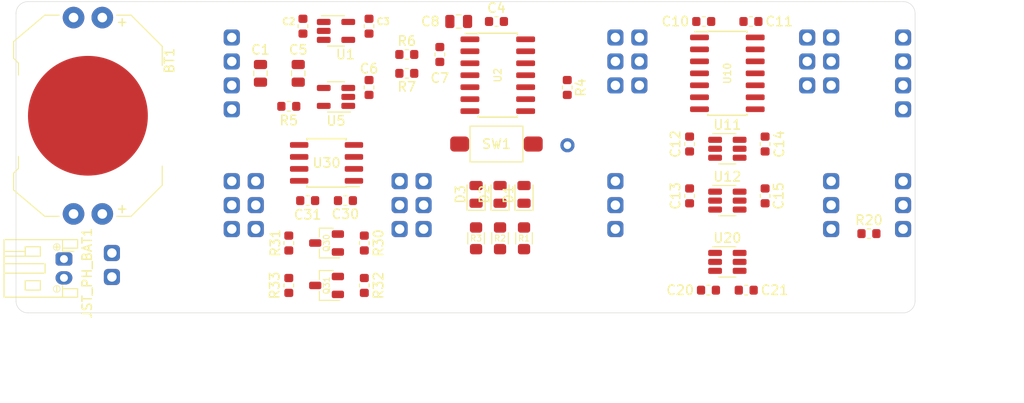
<source format=kicad_pcb>
(kicad_pcb (version 20171130) (host pcbnew 5.1.6)

  (general
    (thickness 1.6)
    (drawings 14)
    (tracks 0)
    (zones 0)
    (modules 61)
    (nets 54)
  )

  (page USLetter)
  (layers
    (0 F.Cu signal)
    (31 B.Cu signal)
    (34 B.Paste user)
    (35 F.Paste user)
    (36 B.SilkS user)
    (37 F.SilkS user)
    (38 B.Mask user)
    (39 F.Mask user)
    (41 Cmts.User user)
    (44 Edge.Cuts user)
    (45 Margin user)
    (46 B.CrtYd user)
    (47 F.CrtYd user)
    (48 B.Fab user hide)
    (49 F.Fab user hide)
  )

  (setup
    (last_trace_width 0.2032)
    (user_trace_width 0.2032)
    (user_trace_width 0.254)
    (user_trace_width 0.3048)
    (user_trace_width 0.4064)
    (trace_clearance 0.2032)
    (zone_clearance 0.508)
    (zone_45_only no)
    (trace_min 0.2032)
    (via_size 0.6604)
    (via_drill 0.3556)
    (via_min_size 0.6604)
    (via_min_drill 0.3556)
    (user_via 0.6604 0.3556)
    (user_via 0.7112 0.4064)
    (user_via 0.762 0.4572)
    (uvia_size 0.3)
    (uvia_drill 0.1)
    (uvias_allowed no)
    (uvia_min_size 0.2)
    (uvia_min_drill 0.1)
    (edge_width 0.05)
    (segment_width 0.2)
    (pcb_text_width 0.3)
    (pcb_text_size 1.5 1.5)
    (mod_edge_width 0.12)
    (mod_text_size 1 1)
    (mod_text_width 0.15)
    (pad_size 1.524 1.524)
    (pad_drill 0.762)
    (pad_to_mask_clearance 0.0508)
    (aux_axis_origin 0 0)
    (visible_elements FFFFFF7F)
    (pcbplotparams
      (layerselection 0x010fc_ffffffff)
      (usegerberextensions false)
      (usegerberattributes true)
      (usegerberadvancedattributes true)
      (creategerberjobfile true)
      (excludeedgelayer true)
      (linewidth 0.100000)
      (plotframeref false)
      (viasonmask false)
      (mode 1)
      (useauxorigin false)
      (hpglpennumber 1)
      (hpglpenspeed 20)
      (hpglpendiameter 15.000000)
      (psnegative false)
      (psa4output false)
      (plotreference true)
      (plotvalue true)
      (plotinvisibletext false)
      (padsonsilk false)
      (subtractmaskfromsilk false)
      (outputformat 1)
      (mirror false)
      (drillshape 1)
      (scaleselection 1)
      (outputdirectory ""))
  )

  (net 0 "")
  (net 1 VBAT)
  (net 2 GND)
  (net 3 2V5)
  (net 4 "Net-(C6-Pad1)")
  (net 5 VBAT_ADC)
  (net 6 5V)
  (net 7 "Net-(D1-Pad1)")
  (net 8 "Net-(D1-Pad2)")
  (net 9 "Net-(D2-Pad1)")
  (net 10 "Net-(D2-Pad2)")
  (net 11 "Net-(D3-Pad2)")
  (net 12 "Net-(D3-Pad1)")
  (net 13 "Net-(J2-Pad1)")
  (net 14 RX_2V5)
  (net 15 RX_2V5_B)
  (net 16 RX_2V5_A)
  (net 17 TX_2V5)
  (net 18 TX_2V5_A)
  (net 19 TX_2V5_B)
  (net 20 RX_A)
  (net 21 RX_B)
  (net 22 RX)
  (net 23 TX_B)
  (net 24 TX_A)
  (net 25 TX)
  (net 26 "Net-(J20-Pad3)")
  (net 27 SCL)
  (net 28 SDA)
  (net 29 UPDI_2V5_A)
  (net 30 UPDI_2V5)
  (net 31 UPDI_2V5_B)
  (net 32 UPDI_A)
  (net 33 UPDI)
  (net 34 UPDI_B)
  (net 35 SCL_2V5_A)
  (net 36 SCL_2V5)
  (net 37 SCL_2V5_B)
  (net 38 SDA_2V5_B)
  (net 39 SDA_2V5)
  (net 40 SDA_2V5_A)
  (net 41 SCL_B)
  (net 42 SCL_A)
  (net 43 SDA_B)
  (net 44 SDA_A)
  (net 45 VCTRL)
  (net 46 "Net-(SW1-Pad2)")
  (net 47 "Net-(U1-Pad4)")
  (net 48 "Net-(U2-Pad3)")
  (net 49 "Net-(U5-Pad1)")
  (net 50 "Net-(U10-Pad4)")
  (net 51 "Net-(U10-Pad6)")
  (net 52 "Net-(U10-Pad9)")
  (net 53 "Net-(U10-Pad11)")

  (net_class Default "This is the default net class."
    (clearance 0.2032)
    (trace_width 0.2032)
    (via_dia 0.6604)
    (via_drill 0.3556)
    (uvia_dia 0.3)
    (uvia_drill 0.1)
    (diff_pair_width 0.2032)
    (diff_pair_gap 0.2032)
    (add_net 2V5)
    (add_net 5V)
    (add_net GND)
    (add_net "Net-(C6-Pad1)")
    (add_net "Net-(D1-Pad1)")
    (add_net "Net-(D1-Pad2)")
    (add_net "Net-(D2-Pad1)")
    (add_net "Net-(D2-Pad2)")
    (add_net "Net-(D3-Pad1)")
    (add_net "Net-(D3-Pad2)")
    (add_net "Net-(J2-Pad1)")
    (add_net "Net-(J20-Pad3)")
    (add_net "Net-(SW1-Pad2)")
    (add_net "Net-(U1-Pad4)")
    (add_net "Net-(U10-Pad11)")
    (add_net "Net-(U10-Pad4)")
    (add_net "Net-(U10-Pad6)")
    (add_net "Net-(U10-Pad9)")
    (add_net "Net-(U2-Pad3)")
    (add_net "Net-(U5-Pad1)")
    (add_net RX)
    (add_net RX_2V5)
    (add_net RX_2V5_A)
    (add_net RX_2V5_B)
    (add_net RX_A)
    (add_net RX_B)
    (add_net SCL)
    (add_net SCL_2V5)
    (add_net SCL_2V5_A)
    (add_net SCL_2V5_B)
    (add_net SCL_A)
    (add_net SCL_B)
    (add_net SDA)
    (add_net SDA_2V5)
    (add_net SDA_2V5_A)
    (add_net SDA_2V5_B)
    (add_net SDA_A)
    (add_net SDA_B)
    (add_net TX)
    (add_net TX_2V5)
    (add_net TX_2V5_A)
    (add_net TX_2V5_B)
    (add_net TX_A)
    (add_net TX_B)
    (add_net UPDI)
    (add_net UPDI_2V5)
    (add_net UPDI_2V5_A)
    (add_net UPDI_2V5_B)
    (add_net UPDI_A)
    (add_net UPDI_B)
    (add_net VBAT)
    (add_net VBAT_ADC)
    (add_net VCTRL)
  )

  (module local_footprints:CR2032_Holder_Linx (layer F.Cu) (tedit 5ED4682D) (tstamp 5ED50140)
    (at 109.22 84.5 270)
    (descr "Linx BAT-HLD-001-THM")
    (tags "Battery Holder CR2032 Linx BAT-HLD-001-THM")
    (path /5ECE0B8F)
    (fp_text reference BT1 (at -5.842 -8.636 90) (layer F.SilkS)
      (effects (font (size 1 1) (thickness 0.15)))
    )
    (fp_text value CR2032 (at 0 -0.5 90) (layer F.Fab)
      (effects (font (size 1 1) (thickness 0.15)))
    )
    (fp_line (start -10.668 -4.572) (end -7.366 -7.874) (layer F.SilkS) (width 0.12))
    (fp_line (start -7.366 -7.874) (end -5.334 -7.874) (layer F.SilkS) (width 0.12))
    (fp_line (start -10.668 -4.572) (end -10.668 -3.048) (layer F.SilkS) (width 0.12))
    (fp_line (start 10.668 -4.572) (end 10.668 -3.048) (layer F.SilkS) (width 0.12))
    (fp_line (start 10.668 -4.572) (end 7.366 -7.874) (layer F.SilkS) (width 0.12))
    (fp_line (start 5.334 -7.874) (end 7.366 -7.874) (layer F.SilkS) (width 0.12))
    (fp_line (start 10.668 3.048) (end 10.668 4.572) (layer F.SilkS) (width 0.12))
    (fp_line (start 10.668 4.572) (end 7.874 7.874) (layer F.SilkS) (width 0.12))
    (fp_line (start 7.874 7.874) (end 6.096 7.874) (layer F.SilkS) (width 0.12))
    (fp_line (start 6.096 7.874) (end 5.588 7.366) (layer F.SilkS) (width 0.12))
    (fp_line (start 5.588 7.366) (end 4.318 7.366) (layer F.SilkS) (width 0.12))
    (fp_line (start -10.668 3.048) (end -10.668 4.572) (layer F.SilkS) (width 0.12))
    (fp_line (start -6.096 7.874) (end -5.588 7.366) (layer F.SilkS) (width 0.12))
    (fp_line (start -10.668 4.572) (end -7.874 7.874) (layer F.SilkS) (width 0.12))
    (fp_line (start -6.096 7.874) (end -7.874 7.874) (layer F.SilkS) (width 0.12))
    (fp_line (start -4.318 7.366) (end -5.588 7.366) (layer F.SilkS) (width 0.12))
    (fp_text user + (at -9.906 -3.556 90) (layer F.SilkS)
      (effects (font (size 1 1) (thickness 0.15)))
    )
    (fp_text user + (at 9.906 -3.556 90) (layer F.SilkS)
      (effects (font (size 1 1) (thickness 0.15)))
    )
    (pad 1 thru_hole circle (at -10.414 -1.524 270) (size 2.286 2.286) (drill 1.016) (layers *.Cu *.Mask)
      (net 1 VBAT))
    (pad 1 thru_hole circle (at -10.414 1.524 270) (size 2.286 2.286) (drill 1.016) (layers *.Cu *.Mask)
      (net 1 VBAT))
    (pad 1 thru_hole circle (at 10.414 -1.524 270) (size 2.286 2.286) (drill 1.016) (layers *.Cu *.Mask)
      (net 1 VBAT))
    (pad 1 thru_hole circle (at 10.414 1.524 270) (size 2.286 2.286) (drill 1.016) (layers *.Cu *.Mask)
      (net 1 VBAT))
    (pad 2 smd circle (at 0 0 270) (size 12.7 12.7) (layers F.Cu F.Paste F.Mask)
      (net 2 GND) (solder_mask_margin 2.794))
  )

  (module Capacitor_SMD:C_0805_2012Metric (layer F.Cu) (tedit 5B36C52B) (tstamp 5ED51250)
    (at 127.5 80 270)
    (descr "Capacitor SMD 0805 (2012 Metric), square (rectangular) end terminal, IPC_7351 nominal, (Body size source: https://docs.google.com/spreadsheets/d/1BsfQQcO9C6DZCsRaXUlFlo91Tg2WpOkGARC1WS5S8t0/edit?usp=sharing), generated with kicad-footprint-generator")
    (tags capacitor)
    (path /5ED39E2F)
    (attr smd)
    (fp_text reference C1 (at -2.5 0 180) (layer F.SilkS)
      (effects (font (size 1 1) (thickness 0.15)))
    )
    (fp_text value 10uF (at 0 1.65 90) (layer F.Fab)
      (effects (font (size 1 1) (thickness 0.15)))
    )
    (fp_line (start -1 0.6) (end -1 -0.6) (layer F.Fab) (width 0.1))
    (fp_line (start -1 -0.6) (end 1 -0.6) (layer F.Fab) (width 0.1))
    (fp_line (start 1 -0.6) (end 1 0.6) (layer F.Fab) (width 0.1))
    (fp_line (start 1 0.6) (end -1 0.6) (layer F.Fab) (width 0.1))
    (fp_line (start -0.258578 -0.71) (end 0.258578 -0.71) (layer F.SilkS) (width 0.12))
    (fp_line (start -0.258578 0.71) (end 0.258578 0.71) (layer F.SilkS) (width 0.12))
    (fp_line (start -1.68 0.95) (end -1.68 -0.95) (layer F.CrtYd) (width 0.05))
    (fp_line (start -1.68 -0.95) (end 1.68 -0.95) (layer F.CrtYd) (width 0.05))
    (fp_line (start 1.68 -0.95) (end 1.68 0.95) (layer F.CrtYd) (width 0.05))
    (fp_line (start 1.68 0.95) (end -1.68 0.95) (layer F.CrtYd) (width 0.05))
    (fp_text user %R (at 0 0 90) (layer F.Fab)
      (effects (font (size 0.5 0.5) (thickness 0.08)))
    )
    (pad 1 smd roundrect (at -0.9375 0 270) (size 0.975 1.4) (layers F.Cu F.Paste F.Mask) (roundrect_rratio 0.25)
      (net 1 VBAT))
    (pad 2 smd roundrect (at 0.9375 0 270) (size 0.975 1.4) (layers F.Cu F.Paste F.Mask) (roundrect_rratio 0.25)
      (net 2 GND))
    (model ${KISYS3DMOD}/Capacitor_SMD.3dshapes/C_0805_2012Metric.wrl
      (at (xyz 0 0 0))
      (scale (xyz 1 1 1))
      (rotate (xyz 0 0 0))
    )
  )

  (module Capacitor_SMD:C_0603_1608Metric (layer F.Cu) (tedit 5B301BBE) (tstamp 5ED532C8)
    (at 132 75 270)
    (descr "Capacitor SMD 0603 (1608 Metric), square (rectangular) end terminal, IPC_7351 nominal, (Body size source: http://www.tortai-tech.com/upload/download/2011102023233369053.pdf), generated with kicad-footprint-generator")
    (tags capacitor)
    (path /5ED34B8F)
    (attr smd)
    (fp_text reference C2 (at -0.5 1.5 180) (layer F.SilkS)
      (effects (font (size 0.7 0.7) (thickness 0.15)))
    )
    (fp_text value 100nF (at 0 1.43 90) (layer F.Fab)
      (effects (font (size 1 1) (thickness 0.15)))
    )
    (fp_line (start -0.8 0.4) (end -0.8 -0.4) (layer F.Fab) (width 0.1))
    (fp_line (start -0.8 -0.4) (end 0.8 -0.4) (layer F.Fab) (width 0.1))
    (fp_line (start 0.8 -0.4) (end 0.8 0.4) (layer F.Fab) (width 0.1))
    (fp_line (start 0.8 0.4) (end -0.8 0.4) (layer F.Fab) (width 0.1))
    (fp_line (start -0.162779 -0.51) (end 0.162779 -0.51) (layer F.SilkS) (width 0.12))
    (fp_line (start -0.162779 0.51) (end 0.162779 0.51) (layer F.SilkS) (width 0.12))
    (fp_line (start -1.48 0.73) (end -1.48 -0.73) (layer F.CrtYd) (width 0.05))
    (fp_line (start -1.48 -0.73) (end 1.48 -0.73) (layer F.CrtYd) (width 0.05))
    (fp_line (start 1.48 -0.73) (end 1.48 0.73) (layer F.CrtYd) (width 0.05))
    (fp_line (start 1.48 0.73) (end -1.48 0.73) (layer F.CrtYd) (width 0.05))
    (fp_text user %R (at 0 0 90) (layer F.Fab)
      (effects (font (size 0.4 0.4) (thickness 0.06)))
    )
    (pad 1 smd roundrect (at -0.7875 0 270) (size 0.875 0.95) (layers F.Cu F.Paste F.Mask) (roundrect_rratio 0.25)
      (net 1 VBAT))
    (pad 2 smd roundrect (at 0.7875 0 270) (size 0.875 0.95) (layers F.Cu F.Paste F.Mask) (roundrect_rratio 0.25)
      (net 2 GND))
    (model ${KISYS3DMOD}/Capacitor_SMD.3dshapes/C_0603_1608Metric.wrl
      (at (xyz 0 0 0))
      (scale (xyz 1 1 1))
      (rotate (xyz 0 0 0))
    )
  )

  (module Capacitor_SMD:C_0603_1608Metric (layer F.Cu) (tedit 5B301BBE) (tstamp 5ED5111B)
    (at 139 75 270)
    (descr "Capacitor SMD 0603 (1608 Metric), square (rectangular) end terminal, IPC_7351 nominal, (Body size source: http://www.tortai-tech.com/upload/download/2011102023233369053.pdf), generated with kicad-footprint-generator")
    (tags capacitor)
    (path /5ED368D0)
    (attr smd)
    (fp_text reference C3 (at -0.5 -1.5 180) (layer F.SilkS)
      (effects (font (size 0.7 0.7) (thickness 0.15)))
    )
    (fp_text value 100nF (at 0 1.43 90) (layer F.Fab)
      (effects (font (size 1 1) (thickness 0.15)))
    )
    (fp_line (start 1.48 0.73) (end -1.48 0.73) (layer F.CrtYd) (width 0.05))
    (fp_line (start 1.48 -0.73) (end 1.48 0.73) (layer F.CrtYd) (width 0.05))
    (fp_line (start -1.48 -0.73) (end 1.48 -0.73) (layer F.CrtYd) (width 0.05))
    (fp_line (start -1.48 0.73) (end -1.48 -0.73) (layer F.CrtYd) (width 0.05))
    (fp_line (start -0.162779 0.51) (end 0.162779 0.51) (layer F.SilkS) (width 0.12))
    (fp_line (start -0.162779 -0.51) (end 0.162779 -0.51) (layer F.SilkS) (width 0.12))
    (fp_line (start 0.8 0.4) (end -0.8 0.4) (layer F.Fab) (width 0.1))
    (fp_line (start 0.8 -0.4) (end 0.8 0.4) (layer F.Fab) (width 0.1))
    (fp_line (start -0.8 -0.4) (end 0.8 -0.4) (layer F.Fab) (width 0.1))
    (fp_line (start -0.8 0.4) (end -0.8 -0.4) (layer F.Fab) (width 0.1))
    (fp_text user %R (at 0 0 90) (layer F.Fab)
      (effects (font (size 0.4 0.4) (thickness 0.06)))
    )
    (pad 2 smd roundrect (at 0.7875 0 270) (size 0.875 0.95) (layers F.Cu F.Paste F.Mask) (roundrect_rratio 0.25)
      (net 2 GND))
    (pad 1 smd roundrect (at -0.7875 0 270) (size 0.875 0.95) (layers F.Cu F.Paste F.Mask) (roundrect_rratio 0.25)
      (net 3 2V5))
    (model ${KISYS3DMOD}/Capacitor_SMD.3dshapes/C_0603_1608Metric.wrl
      (at (xyz 0 0 0))
      (scale (xyz 1 1 1))
      (rotate (xyz 0 0 0))
    )
  )

  (module Capacitor_SMD:C_0603_1608Metric (layer F.Cu) (tedit 5B301BBE) (tstamp 5ED50184)
    (at 152.5 74.5)
    (descr "Capacitor SMD 0603 (1608 Metric), square (rectangular) end terminal, IPC_7351 nominal, (Body size source: http://www.tortai-tech.com/upload/download/2011102023233369053.pdf), generated with kicad-footprint-generator")
    (tags capacitor)
    (path /5ED46CAA)
    (attr smd)
    (fp_text reference C4 (at 0 -1.43) (layer F.SilkS)
      (effects (font (size 1 1) (thickness 0.15)))
    )
    (fp_text value 100n (at 0 1.43) (layer F.Fab)
      (effects (font (size 1 1) (thickness 0.15)))
    )
    (fp_line (start -0.8 0.4) (end -0.8 -0.4) (layer F.Fab) (width 0.1))
    (fp_line (start -0.8 -0.4) (end 0.8 -0.4) (layer F.Fab) (width 0.1))
    (fp_line (start 0.8 -0.4) (end 0.8 0.4) (layer F.Fab) (width 0.1))
    (fp_line (start 0.8 0.4) (end -0.8 0.4) (layer F.Fab) (width 0.1))
    (fp_line (start -0.162779 -0.51) (end 0.162779 -0.51) (layer F.SilkS) (width 0.12))
    (fp_line (start -0.162779 0.51) (end 0.162779 0.51) (layer F.SilkS) (width 0.12))
    (fp_line (start -1.48 0.73) (end -1.48 -0.73) (layer F.CrtYd) (width 0.05))
    (fp_line (start -1.48 -0.73) (end 1.48 -0.73) (layer F.CrtYd) (width 0.05))
    (fp_line (start 1.48 -0.73) (end 1.48 0.73) (layer F.CrtYd) (width 0.05))
    (fp_line (start 1.48 0.73) (end -1.48 0.73) (layer F.CrtYd) (width 0.05))
    (fp_text user %R (at 0 0) (layer F.Fab)
      (effects (font (size 0.4 0.4) (thickness 0.06)))
    )
    (pad 1 smd roundrect (at -0.7875 0) (size 0.875 0.95) (layers F.Cu F.Paste F.Mask) (roundrect_rratio 0.25)
      (net 3 2V5))
    (pad 2 smd roundrect (at 0.7875 0) (size 0.875 0.95) (layers F.Cu F.Paste F.Mask) (roundrect_rratio 0.25)
      (net 2 GND))
    (model ${KISYS3DMOD}/Capacitor_SMD.3dshapes/C_0603_1608Metric.wrl
      (at (xyz 0 0 0))
      (scale (xyz 1 1 1))
      (rotate (xyz 0 0 0))
    )
  )

  (module Capacitor_SMD:C_0805_2012Metric (layer F.Cu) (tedit 5B36C52B) (tstamp 5ED50195)
    (at 131.5 80 90)
    (descr "Capacitor SMD 0805 (2012 Metric), square (rectangular) end terminal, IPC_7351 nominal, (Body size source: https://docs.google.com/spreadsheets/d/1BsfQQcO9C6DZCsRaXUlFlo91Tg2WpOkGARC1WS5S8t0/edit?usp=sharing), generated with kicad-footprint-generator")
    (tags capacitor)
    (path /5ED51059)
    (attr smd)
    (fp_text reference C5 (at 2.5 0 180) (layer F.SilkS)
      (effects (font (size 1 1) (thickness 0.15)))
    )
    (fp_text value 1uF (at 0 1.65 90) (layer F.Fab)
      (effects (font (size 1 1) (thickness 0.15)))
    )
    (fp_line (start 1.68 0.95) (end -1.68 0.95) (layer F.CrtYd) (width 0.05))
    (fp_line (start 1.68 -0.95) (end 1.68 0.95) (layer F.CrtYd) (width 0.05))
    (fp_line (start -1.68 -0.95) (end 1.68 -0.95) (layer F.CrtYd) (width 0.05))
    (fp_line (start -1.68 0.95) (end -1.68 -0.95) (layer F.CrtYd) (width 0.05))
    (fp_line (start -0.258578 0.71) (end 0.258578 0.71) (layer F.SilkS) (width 0.12))
    (fp_line (start -0.258578 -0.71) (end 0.258578 -0.71) (layer F.SilkS) (width 0.12))
    (fp_line (start 1 0.6) (end -1 0.6) (layer F.Fab) (width 0.1))
    (fp_line (start 1 -0.6) (end 1 0.6) (layer F.Fab) (width 0.1))
    (fp_line (start -1 -0.6) (end 1 -0.6) (layer F.Fab) (width 0.1))
    (fp_line (start -1 0.6) (end -1 -0.6) (layer F.Fab) (width 0.1))
    (fp_text user %R (at 0 0 90) (layer F.Fab)
      (effects (font (size 0.5 0.5) (thickness 0.08)))
    )
    (pad 2 smd roundrect (at 0.9375 0 90) (size 0.975 1.4) (layers F.Cu F.Paste F.Mask) (roundrect_rratio 0.25)
      (net 2 GND))
    (pad 1 smd roundrect (at -0.9375 0 90) (size 0.975 1.4) (layers F.Cu F.Paste F.Mask) (roundrect_rratio 0.25)
      (net 1 VBAT))
    (model ${KISYS3DMOD}/Capacitor_SMD.3dshapes/C_0805_2012Metric.wrl
      (at (xyz 0 0 0))
      (scale (xyz 1 1 1))
      (rotate (xyz 0 0 0))
    )
  )

  (module Capacitor_SMD:C_0603_1608Metric (layer F.Cu) (tedit 5B301BBE) (tstamp 5ED501A6)
    (at 139 81.5 270)
    (descr "Capacitor SMD 0603 (1608 Metric), square (rectangular) end terminal, IPC_7351 nominal, (Body size source: http://www.tortai-tech.com/upload/download/2011102023233369053.pdf), generated with kicad-footprint-generator")
    (tags capacitor)
    (path /5ED54D48)
    (attr smd)
    (fp_text reference C6 (at -2 0 180) (layer F.SilkS)
      (effects (font (size 1 1) (thickness 0.15)))
    )
    (fp_text value 0.1uF (at 0 1.43 90) (layer F.Fab)
      (effects (font (size 1 1) (thickness 0.15)))
    )
    (fp_line (start -0.8 0.4) (end -0.8 -0.4) (layer F.Fab) (width 0.1))
    (fp_line (start -0.8 -0.4) (end 0.8 -0.4) (layer F.Fab) (width 0.1))
    (fp_line (start 0.8 -0.4) (end 0.8 0.4) (layer F.Fab) (width 0.1))
    (fp_line (start 0.8 0.4) (end -0.8 0.4) (layer F.Fab) (width 0.1))
    (fp_line (start -0.162779 -0.51) (end 0.162779 -0.51) (layer F.SilkS) (width 0.12))
    (fp_line (start -0.162779 0.51) (end 0.162779 0.51) (layer F.SilkS) (width 0.12))
    (fp_line (start -1.48 0.73) (end -1.48 -0.73) (layer F.CrtYd) (width 0.05))
    (fp_line (start -1.48 -0.73) (end 1.48 -0.73) (layer F.CrtYd) (width 0.05))
    (fp_line (start 1.48 -0.73) (end 1.48 0.73) (layer F.CrtYd) (width 0.05))
    (fp_line (start 1.48 0.73) (end -1.48 0.73) (layer F.CrtYd) (width 0.05))
    (fp_text user %R (at 0 0 90) (layer F.Fab)
      (effects (font (size 0.4 0.4) (thickness 0.06)))
    )
    (pad 1 smd roundrect (at -0.7875 0 270) (size 0.875 0.95) (layers F.Cu F.Paste F.Mask) (roundrect_rratio 0.25)
      (net 4 "Net-(C6-Pad1)"))
    (pad 2 smd roundrect (at 0.7875 0 270) (size 0.875 0.95) (layers F.Cu F.Paste F.Mask) (roundrect_rratio 0.25)
      (net 2 GND))
    (model ${KISYS3DMOD}/Capacitor_SMD.3dshapes/C_0603_1608Metric.wrl
      (at (xyz 0 0 0))
      (scale (xyz 1 1 1))
      (rotate (xyz 0 0 0))
    )
  )

  (module Capacitor_SMD:C_0603_1608Metric (layer F.Cu) (tedit 5B301BBE) (tstamp 5ED501B7)
    (at 146.5 78 270)
    (descr "Capacitor SMD 0603 (1608 Metric), square (rectangular) end terminal, IPC_7351 nominal, (Body size source: http://www.tortai-tech.com/upload/download/2011102023233369053.pdf), generated with kicad-footprint-generator")
    (tags capacitor)
    (path /5ED62958)
    (attr smd)
    (fp_text reference C7 (at 2.5 0 180) (layer F.SilkS)
      (effects (font (size 1 1) (thickness 0.15)))
    )
    (fp_text value 0.1uF (at 0 1.43 90) (layer F.Fab)
      (effects (font (size 1 1) (thickness 0.15)))
    )
    (fp_line (start 1.48 0.73) (end -1.48 0.73) (layer F.CrtYd) (width 0.05))
    (fp_line (start 1.48 -0.73) (end 1.48 0.73) (layer F.CrtYd) (width 0.05))
    (fp_line (start -1.48 -0.73) (end 1.48 -0.73) (layer F.CrtYd) (width 0.05))
    (fp_line (start -1.48 0.73) (end -1.48 -0.73) (layer F.CrtYd) (width 0.05))
    (fp_line (start -0.162779 0.51) (end 0.162779 0.51) (layer F.SilkS) (width 0.12))
    (fp_line (start -0.162779 -0.51) (end 0.162779 -0.51) (layer F.SilkS) (width 0.12))
    (fp_line (start 0.8 0.4) (end -0.8 0.4) (layer F.Fab) (width 0.1))
    (fp_line (start 0.8 -0.4) (end 0.8 0.4) (layer F.Fab) (width 0.1))
    (fp_line (start -0.8 -0.4) (end 0.8 -0.4) (layer F.Fab) (width 0.1))
    (fp_line (start -0.8 0.4) (end -0.8 -0.4) (layer F.Fab) (width 0.1))
    (fp_text user %R (at 0 0 90) (layer F.Fab)
      (effects (font (size 0.4 0.4) (thickness 0.06)))
    )
    (pad 2 smd roundrect (at 0.7875 0 270) (size 0.875 0.95) (layers F.Cu F.Paste F.Mask) (roundrect_rratio 0.25)
      (net 2 GND))
    (pad 1 smd roundrect (at -0.7875 0 270) (size 0.875 0.95) (layers F.Cu F.Paste F.Mask) (roundrect_rratio 0.25)
      (net 5 VBAT_ADC))
    (model ${KISYS3DMOD}/Capacitor_SMD.3dshapes/C_0603_1608Metric.wrl
      (at (xyz 0 0 0))
      (scale (xyz 1 1 1))
      (rotate (xyz 0 0 0))
    )
  )

  (module Capacitor_SMD:C_0603_1608Metric (layer F.Cu) (tedit 5B301BBE) (tstamp 5ED501C8)
    (at 174.46 74.5)
    (descr "Capacitor SMD 0603 (1608 Metric), square (rectangular) end terminal, IPC_7351 nominal, (Body size source: http://www.tortai-tech.com/upload/download/2011102023233369053.pdf), generated with kicad-footprint-generator")
    (tags capacitor)
    (path /5EDBAEA1)
    (attr smd)
    (fp_text reference C10 (at -3 0) (layer F.SilkS)
      (effects (font (size 1 1) (thickness 0.15)))
    )
    (fp_text value 100nF (at 0 1.43) (layer F.Fab)
      (effects (font (size 1 1) (thickness 0.15)))
    )
    (fp_line (start -0.8 0.4) (end -0.8 -0.4) (layer F.Fab) (width 0.1))
    (fp_line (start -0.8 -0.4) (end 0.8 -0.4) (layer F.Fab) (width 0.1))
    (fp_line (start 0.8 -0.4) (end 0.8 0.4) (layer F.Fab) (width 0.1))
    (fp_line (start 0.8 0.4) (end -0.8 0.4) (layer F.Fab) (width 0.1))
    (fp_line (start -0.162779 -0.51) (end 0.162779 -0.51) (layer F.SilkS) (width 0.12))
    (fp_line (start -0.162779 0.51) (end 0.162779 0.51) (layer F.SilkS) (width 0.12))
    (fp_line (start -1.48 0.73) (end -1.48 -0.73) (layer F.CrtYd) (width 0.05))
    (fp_line (start -1.48 -0.73) (end 1.48 -0.73) (layer F.CrtYd) (width 0.05))
    (fp_line (start 1.48 -0.73) (end 1.48 0.73) (layer F.CrtYd) (width 0.05))
    (fp_line (start 1.48 0.73) (end -1.48 0.73) (layer F.CrtYd) (width 0.05))
    (fp_text user %R (at 0 0) (layer F.Fab)
      (effects (font (size 0.4 0.4) (thickness 0.06)))
    )
    (pad 1 smd roundrect (at -0.7875 0) (size 0.875 0.95) (layers F.Cu F.Paste F.Mask) (roundrect_rratio 0.25)
      (net 3 2V5))
    (pad 2 smd roundrect (at 0.7875 0) (size 0.875 0.95) (layers F.Cu F.Paste F.Mask) (roundrect_rratio 0.25)
      (net 2 GND))
    (model ${KISYS3DMOD}/Capacitor_SMD.3dshapes/C_0603_1608Metric.wrl
      (at (xyz 0 0 0))
      (scale (xyz 1 1 1))
      (rotate (xyz 0 0 0))
    )
  )

  (module Capacitor_SMD:C_0603_1608Metric (layer F.Cu) (tedit 5B301BBE) (tstamp 5ED501D9)
    (at 179.46 74.5 180)
    (descr "Capacitor SMD 0603 (1608 Metric), square (rectangular) end terminal, IPC_7351 nominal, (Body size source: http://www.tortai-tech.com/upload/download/2011102023233369053.pdf), generated with kicad-footprint-generator")
    (tags capacitor)
    (path /5EDC50E1)
    (attr smd)
    (fp_text reference C11 (at -3 0) (layer F.SilkS)
      (effects (font (size 1 1) (thickness 0.15)))
    )
    (fp_text value 100nF (at 0 1.43) (layer F.Fab)
      (effects (font (size 1 1) (thickness 0.15)))
    )
    (fp_line (start 1.48 0.73) (end -1.48 0.73) (layer F.CrtYd) (width 0.05))
    (fp_line (start 1.48 -0.73) (end 1.48 0.73) (layer F.CrtYd) (width 0.05))
    (fp_line (start -1.48 -0.73) (end 1.48 -0.73) (layer F.CrtYd) (width 0.05))
    (fp_line (start -1.48 0.73) (end -1.48 -0.73) (layer F.CrtYd) (width 0.05))
    (fp_line (start -0.162779 0.51) (end 0.162779 0.51) (layer F.SilkS) (width 0.12))
    (fp_line (start -0.162779 -0.51) (end 0.162779 -0.51) (layer F.SilkS) (width 0.12))
    (fp_line (start 0.8 0.4) (end -0.8 0.4) (layer F.Fab) (width 0.1))
    (fp_line (start 0.8 -0.4) (end 0.8 0.4) (layer F.Fab) (width 0.1))
    (fp_line (start -0.8 -0.4) (end 0.8 -0.4) (layer F.Fab) (width 0.1))
    (fp_line (start -0.8 0.4) (end -0.8 -0.4) (layer F.Fab) (width 0.1))
    (fp_text user %R (at 0 0) (layer F.Fab)
      (effects (font (size 0.4 0.4) (thickness 0.06)))
    )
    (pad 2 smd roundrect (at 0.7875 0 180) (size 0.875 0.95) (layers F.Cu F.Paste F.Mask) (roundrect_rratio 0.25)
      (net 2 GND))
    (pad 1 smd roundrect (at -0.7875 0 180) (size 0.875 0.95) (layers F.Cu F.Paste F.Mask) (roundrect_rratio 0.25)
      (net 6 5V))
    (model ${KISYS3DMOD}/Capacitor_SMD.3dshapes/C_0603_1608Metric.wrl
      (at (xyz 0 0 0))
      (scale (xyz 1 1 1))
      (rotate (xyz 0 0 0))
    )
  )

  (module Capacitor_SMD:C_0603_1608Metric (layer F.Cu) (tedit 5B301BBE) (tstamp 5ED501EA)
    (at 172.96 87.5 270)
    (descr "Capacitor SMD 0603 (1608 Metric), square (rectangular) end terminal, IPC_7351 nominal, (Body size source: http://www.tortai-tech.com/upload/download/2011102023233369053.pdf), generated with kicad-footprint-generator")
    (tags capacitor)
    (path /5EDAA69B)
    (attr smd)
    (fp_text reference C12 (at 0 1.5 90) (layer F.SilkS)
      (effects (font (size 1 1) (thickness 0.15)))
    )
    (fp_text value 100nF (at 0 1.43 90) (layer F.Fab)
      (effects (font (size 1 1) (thickness 0.15)))
    )
    (fp_line (start 1.48 0.73) (end -1.48 0.73) (layer F.CrtYd) (width 0.05))
    (fp_line (start 1.48 -0.73) (end 1.48 0.73) (layer F.CrtYd) (width 0.05))
    (fp_line (start -1.48 -0.73) (end 1.48 -0.73) (layer F.CrtYd) (width 0.05))
    (fp_line (start -1.48 0.73) (end -1.48 -0.73) (layer F.CrtYd) (width 0.05))
    (fp_line (start -0.162779 0.51) (end 0.162779 0.51) (layer F.SilkS) (width 0.12))
    (fp_line (start -0.162779 -0.51) (end 0.162779 -0.51) (layer F.SilkS) (width 0.12))
    (fp_line (start 0.8 0.4) (end -0.8 0.4) (layer F.Fab) (width 0.1))
    (fp_line (start 0.8 -0.4) (end 0.8 0.4) (layer F.Fab) (width 0.1))
    (fp_line (start -0.8 -0.4) (end 0.8 -0.4) (layer F.Fab) (width 0.1))
    (fp_line (start -0.8 0.4) (end -0.8 -0.4) (layer F.Fab) (width 0.1))
    (fp_text user %R (at 0 0 90) (layer F.Fab)
      (effects (font (size 0.4 0.4) (thickness 0.06)))
    )
    (pad 2 smd roundrect (at 0.7875 0 270) (size 0.875 0.95) (layers F.Cu F.Paste F.Mask) (roundrect_rratio 0.25)
      (net 2 GND))
    (pad 1 smd roundrect (at -0.7875 0 270) (size 0.875 0.95) (layers F.Cu F.Paste F.Mask) (roundrect_rratio 0.25)
      (net 3 2V5))
    (model ${KISYS3DMOD}/Capacitor_SMD.3dshapes/C_0603_1608Metric.wrl
      (at (xyz 0 0 0))
      (scale (xyz 1 1 1))
      (rotate (xyz 0 0 0))
    )
  )

  (module Capacitor_SMD:C_0603_1608Metric (layer F.Cu) (tedit 5B301BBE) (tstamp 5ED501FB)
    (at 172.96 93 270)
    (descr "Capacitor SMD 0603 (1608 Metric), square (rectangular) end terminal, IPC_7351 nominal, (Body size source: http://www.tortai-tech.com/upload/download/2011102023233369053.pdf), generated with kicad-footprint-generator")
    (tags capacitor)
    (path /5EE7E167)
    (attr smd)
    (fp_text reference C13 (at 0 1.5 90) (layer F.SilkS)
      (effects (font (size 1 1) (thickness 0.15)))
    )
    (fp_text value 100nF (at 0 1.43 90) (layer F.Fab)
      (effects (font (size 1 1) (thickness 0.15)))
    )
    (fp_line (start 1.48 0.73) (end -1.48 0.73) (layer F.CrtYd) (width 0.05))
    (fp_line (start 1.48 -0.73) (end 1.48 0.73) (layer F.CrtYd) (width 0.05))
    (fp_line (start -1.48 -0.73) (end 1.48 -0.73) (layer F.CrtYd) (width 0.05))
    (fp_line (start -1.48 0.73) (end -1.48 -0.73) (layer F.CrtYd) (width 0.05))
    (fp_line (start -0.162779 0.51) (end 0.162779 0.51) (layer F.SilkS) (width 0.12))
    (fp_line (start -0.162779 -0.51) (end 0.162779 -0.51) (layer F.SilkS) (width 0.12))
    (fp_line (start 0.8 0.4) (end -0.8 0.4) (layer F.Fab) (width 0.1))
    (fp_line (start 0.8 -0.4) (end 0.8 0.4) (layer F.Fab) (width 0.1))
    (fp_line (start -0.8 -0.4) (end 0.8 -0.4) (layer F.Fab) (width 0.1))
    (fp_line (start -0.8 0.4) (end -0.8 -0.4) (layer F.Fab) (width 0.1))
    (fp_text user %R (at 0 0 90) (layer F.Fab)
      (effects (font (size 0.4 0.4) (thickness 0.06)))
    )
    (pad 2 smd roundrect (at 0.7875 0 270) (size 0.875 0.95) (layers F.Cu F.Paste F.Mask) (roundrect_rratio 0.25)
      (net 2 GND))
    (pad 1 smd roundrect (at -0.7875 0 270) (size 0.875 0.95) (layers F.Cu F.Paste F.Mask) (roundrect_rratio 0.25)
      (net 3 2V5))
    (model ${KISYS3DMOD}/Capacitor_SMD.3dshapes/C_0603_1608Metric.wrl
      (at (xyz 0 0 0))
      (scale (xyz 1 1 1))
      (rotate (xyz 0 0 0))
    )
  )

  (module Capacitor_SMD:C_0603_1608Metric (layer F.Cu) (tedit 5B301BBE) (tstamp 5ED5020C)
    (at 180.96 87.5 90)
    (descr "Capacitor SMD 0603 (1608 Metric), square (rectangular) end terminal, IPC_7351 nominal, (Body size source: http://www.tortai-tech.com/upload/download/2011102023233369053.pdf), generated with kicad-footprint-generator")
    (tags capacitor)
    (path /5EE889F9)
    (attr smd)
    (fp_text reference C14 (at 0 1.5 90) (layer F.SilkS)
      (effects (font (size 1 1) (thickness 0.15)))
    )
    (fp_text value 100nF (at 0 1.43 90) (layer F.Fab)
      (effects (font (size 1 1) (thickness 0.15)))
    )
    (fp_line (start -0.8 0.4) (end -0.8 -0.4) (layer F.Fab) (width 0.1))
    (fp_line (start -0.8 -0.4) (end 0.8 -0.4) (layer F.Fab) (width 0.1))
    (fp_line (start 0.8 -0.4) (end 0.8 0.4) (layer F.Fab) (width 0.1))
    (fp_line (start 0.8 0.4) (end -0.8 0.4) (layer F.Fab) (width 0.1))
    (fp_line (start -0.162779 -0.51) (end 0.162779 -0.51) (layer F.SilkS) (width 0.12))
    (fp_line (start -0.162779 0.51) (end 0.162779 0.51) (layer F.SilkS) (width 0.12))
    (fp_line (start -1.48 0.73) (end -1.48 -0.73) (layer F.CrtYd) (width 0.05))
    (fp_line (start -1.48 -0.73) (end 1.48 -0.73) (layer F.CrtYd) (width 0.05))
    (fp_line (start 1.48 -0.73) (end 1.48 0.73) (layer F.CrtYd) (width 0.05))
    (fp_line (start 1.48 0.73) (end -1.48 0.73) (layer F.CrtYd) (width 0.05))
    (fp_text user %R (at 0 0 90) (layer F.Fab)
      (effects (font (size 0.4 0.4) (thickness 0.06)))
    )
    (pad 1 smd roundrect (at -0.7875 0 90) (size 0.875 0.95) (layers F.Cu F.Paste F.Mask) (roundrect_rratio 0.25)
      (net 6 5V))
    (pad 2 smd roundrect (at 0.7875 0 90) (size 0.875 0.95) (layers F.Cu F.Paste F.Mask) (roundrect_rratio 0.25)
      (net 2 GND))
    (model ${KISYS3DMOD}/Capacitor_SMD.3dshapes/C_0603_1608Metric.wrl
      (at (xyz 0 0 0))
      (scale (xyz 1 1 1))
      (rotate (xyz 0 0 0))
    )
  )

  (module Capacitor_SMD:C_0603_1608Metric (layer F.Cu) (tedit 5B301BBE) (tstamp 5ED5021D)
    (at 180.96 93 270)
    (descr "Capacitor SMD 0603 (1608 Metric), square (rectangular) end terminal, IPC_7351 nominal, (Body size source: http://www.tortai-tech.com/upload/download/2011102023233369053.pdf), generated with kicad-footprint-generator")
    (tags capacitor)
    (path /5EDB51F2)
    (attr smd)
    (fp_text reference C15 (at 0 -1.43 90) (layer F.SilkS)
      (effects (font (size 1 1) (thickness 0.15)))
    )
    (fp_text value 100nF (at 0 1.43 90) (layer F.Fab)
      (effects (font (size 1 1) (thickness 0.15)))
    )
    (fp_line (start -0.8 0.4) (end -0.8 -0.4) (layer F.Fab) (width 0.1))
    (fp_line (start -0.8 -0.4) (end 0.8 -0.4) (layer F.Fab) (width 0.1))
    (fp_line (start 0.8 -0.4) (end 0.8 0.4) (layer F.Fab) (width 0.1))
    (fp_line (start 0.8 0.4) (end -0.8 0.4) (layer F.Fab) (width 0.1))
    (fp_line (start -0.162779 -0.51) (end 0.162779 -0.51) (layer F.SilkS) (width 0.12))
    (fp_line (start -0.162779 0.51) (end 0.162779 0.51) (layer F.SilkS) (width 0.12))
    (fp_line (start -1.48 0.73) (end -1.48 -0.73) (layer F.CrtYd) (width 0.05))
    (fp_line (start -1.48 -0.73) (end 1.48 -0.73) (layer F.CrtYd) (width 0.05))
    (fp_line (start 1.48 -0.73) (end 1.48 0.73) (layer F.CrtYd) (width 0.05))
    (fp_line (start 1.48 0.73) (end -1.48 0.73) (layer F.CrtYd) (width 0.05))
    (fp_text user %R (at 0 0 90) (layer F.Fab)
      (effects (font (size 0.4 0.4) (thickness 0.06)))
    )
    (pad 1 smd roundrect (at -0.7875 0 270) (size 0.875 0.95) (layers F.Cu F.Paste F.Mask) (roundrect_rratio 0.25)
      (net 6 5V))
    (pad 2 smd roundrect (at 0.7875 0 270) (size 0.875 0.95) (layers F.Cu F.Paste F.Mask) (roundrect_rratio 0.25)
      (net 2 GND))
    (model ${KISYS3DMOD}/Capacitor_SMD.3dshapes/C_0603_1608Metric.wrl
      (at (xyz 0 0 0))
      (scale (xyz 1 1 1))
      (rotate (xyz 0 0 0))
    )
  )

  (module Capacitor_SMD:C_0603_1608Metric (layer F.Cu) (tedit 5B301BBE) (tstamp 5ED5022E)
    (at 174.96 103 180)
    (descr "Capacitor SMD 0603 (1608 Metric), square (rectangular) end terminal, IPC_7351 nominal, (Body size source: http://www.tortai-tech.com/upload/download/2011102023233369053.pdf), generated with kicad-footprint-generator")
    (tags capacitor)
    (path /5EE1AED9)
    (attr smd)
    (fp_text reference C20 (at 3 0) (layer F.SilkS)
      (effects (font (size 1 1) (thickness 0.15)))
    )
    (fp_text value 100nF (at 0 1.43) (layer F.Fab)
      (effects (font (size 1 1) (thickness 0.15)))
    )
    (fp_line (start -0.8 0.4) (end -0.8 -0.4) (layer F.Fab) (width 0.1))
    (fp_line (start -0.8 -0.4) (end 0.8 -0.4) (layer F.Fab) (width 0.1))
    (fp_line (start 0.8 -0.4) (end 0.8 0.4) (layer F.Fab) (width 0.1))
    (fp_line (start 0.8 0.4) (end -0.8 0.4) (layer F.Fab) (width 0.1))
    (fp_line (start -0.162779 -0.51) (end 0.162779 -0.51) (layer F.SilkS) (width 0.12))
    (fp_line (start -0.162779 0.51) (end 0.162779 0.51) (layer F.SilkS) (width 0.12))
    (fp_line (start -1.48 0.73) (end -1.48 -0.73) (layer F.CrtYd) (width 0.05))
    (fp_line (start -1.48 -0.73) (end 1.48 -0.73) (layer F.CrtYd) (width 0.05))
    (fp_line (start 1.48 -0.73) (end 1.48 0.73) (layer F.CrtYd) (width 0.05))
    (fp_line (start 1.48 0.73) (end -1.48 0.73) (layer F.CrtYd) (width 0.05))
    (fp_text user %R (at 0 0) (layer F.Fab)
      (effects (font (size 0.4 0.4) (thickness 0.06)))
    )
    (pad 1 smd roundrect (at -0.7875 0 180) (size 0.875 0.95) (layers F.Cu F.Paste F.Mask) (roundrect_rratio 0.25)
      (net 3 2V5))
    (pad 2 smd roundrect (at 0.7875 0 180) (size 0.875 0.95) (layers F.Cu F.Paste F.Mask) (roundrect_rratio 0.25)
      (net 2 GND))
    (model ${KISYS3DMOD}/Capacitor_SMD.3dshapes/C_0603_1608Metric.wrl
      (at (xyz 0 0 0))
      (scale (xyz 1 1 1))
      (rotate (xyz 0 0 0))
    )
  )

  (module Capacitor_SMD:C_0603_1608Metric (layer F.Cu) (tedit 5B301BBE) (tstamp 5ED5023F)
    (at 178.96 103)
    (descr "Capacitor SMD 0603 (1608 Metric), square (rectangular) end terminal, IPC_7351 nominal, (Body size source: http://www.tortai-tech.com/upload/download/2011102023233369053.pdf), generated with kicad-footprint-generator")
    (tags capacitor)
    (path /5EE232B0)
    (attr smd)
    (fp_text reference C21 (at 3 0) (layer F.SilkS)
      (effects (font (size 1 1) (thickness 0.15)))
    )
    (fp_text value 100nF (at 0 1.43) (layer F.Fab)
      (effects (font (size 1 1) (thickness 0.15)))
    )
    (fp_line (start 1.48 0.73) (end -1.48 0.73) (layer F.CrtYd) (width 0.05))
    (fp_line (start 1.48 -0.73) (end 1.48 0.73) (layer F.CrtYd) (width 0.05))
    (fp_line (start -1.48 -0.73) (end 1.48 -0.73) (layer F.CrtYd) (width 0.05))
    (fp_line (start -1.48 0.73) (end -1.48 -0.73) (layer F.CrtYd) (width 0.05))
    (fp_line (start -0.162779 0.51) (end 0.162779 0.51) (layer F.SilkS) (width 0.12))
    (fp_line (start -0.162779 -0.51) (end 0.162779 -0.51) (layer F.SilkS) (width 0.12))
    (fp_line (start 0.8 0.4) (end -0.8 0.4) (layer F.Fab) (width 0.1))
    (fp_line (start 0.8 -0.4) (end 0.8 0.4) (layer F.Fab) (width 0.1))
    (fp_line (start -0.8 -0.4) (end 0.8 -0.4) (layer F.Fab) (width 0.1))
    (fp_line (start -0.8 0.4) (end -0.8 -0.4) (layer F.Fab) (width 0.1))
    (fp_text user %R (at 0 0) (layer F.Fab)
      (effects (font (size 0.4 0.4) (thickness 0.06)))
    )
    (pad 2 smd roundrect (at 0.7875 0) (size 0.875 0.95) (layers F.Cu F.Paste F.Mask) (roundrect_rratio 0.25)
      (net 2 GND))
    (pad 1 smd roundrect (at -0.7875 0) (size 0.875 0.95) (layers F.Cu F.Paste F.Mask) (roundrect_rratio 0.25)
      (net 6 5V))
    (model ${KISYS3DMOD}/Capacitor_SMD.3dshapes/C_0603_1608Metric.wrl
      (at (xyz 0 0 0))
      (scale (xyz 1 1 1))
      (rotate (xyz 0 0 0))
    )
  )

  (module Capacitor_SMD:C_0603_1608Metric (layer F.Cu) (tedit 5B301BBE) (tstamp 5ED50250)
    (at 136.5 93.5 180)
    (descr "Capacitor SMD 0603 (1608 Metric), square (rectangular) end terminal, IPC_7351 nominal, (Body size source: http://www.tortai-tech.com/upload/download/2011102023233369053.pdf), generated with kicad-footprint-generator")
    (tags capacitor)
    (path /5ED624C2)
    (attr smd)
    (fp_text reference C30 (at 0 -1.43) (layer F.SilkS)
      (effects (font (size 1 1) (thickness 0.15)))
    )
    (fp_text value 100nF (at 0 1.43) (layer F.Fab)
      (effects (font (size 1 1) (thickness 0.15)))
    )
    (fp_line (start 1.48 0.73) (end -1.48 0.73) (layer F.CrtYd) (width 0.05))
    (fp_line (start 1.48 -0.73) (end 1.48 0.73) (layer F.CrtYd) (width 0.05))
    (fp_line (start -1.48 -0.73) (end 1.48 -0.73) (layer F.CrtYd) (width 0.05))
    (fp_line (start -1.48 0.73) (end -1.48 -0.73) (layer F.CrtYd) (width 0.05))
    (fp_line (start -0.162779 0.51) (end 0.162779 0.51) (layer F.SilkS) (width 0.12))
    (fp_line (start -0.162779 -0.51) (end 0.162779 -0.51) (layer F.SilkS) (width 0.12))
    (fp_line (start 0.8 0.4) (end -0.8 0.4) (layer F.Fab) (width 0.1))
    (fp_line (start 0.8 -0.4) (end 0.8 0.4) (layer F.Fab) (width 0.1))
    (fp_line (start -0.8 -0.4) (end 0.8 -0.4) (layer F.Fab) (width 0.1))
    (fp_line (start -0.8 0.4) (end -0.8 -0.4) (layer F.Fab) (width 0.1))
    (fp_text user %R (at 0 0) (layer F.Fab)
      (effects (font (size 0.4 0.4) (thickness 0.06)))
    )
    (pad 2 smd roundrect (at 0.7875 0 180) (size 0.875 0.95) (layers F.Cu F.Paste F.Mask) (roundrect_rratio 0.25)
      (net 2 GND))
    (pad 1 smd roundrect (at -0.7875 0 180) (size 0.875 0.95) (layers F.Cu F.Paste F.Mask) (roundrect_rratio 0.25)
      (net 3 2V5))
    (model ${KISYS3DMOD}/Capacitor_SMD.3dshapes/C_0603_1608Metric.wrl
      (at (xyz 0 0 0))
      (scale (xyz 1 1 1))
      (rotate (xyz 0 0 0))
    )
  )

  (module Capacitor_SMD:C_0603_1608Metric (layer F.Cu) (tedit 5B301BBE) (tstamp 5ED54376)
    (at 132.5 93.5)
    (descr "Capacitor SMD 0603 (1608 Metric), square (rectangular) end terminal, IPC_7351 nominal, (Body size source: http://www.tortai-tech.com/upload/download/2011102023233369053.pdf), generated with kicad-footprint-generator")
    (tags capacitor)
    (path /5ED73FA5)
    (attr smd)
    (fp_text reference C31 (at 0 1.5) (layer F.SilkS)
      (effects (font (size 1 1) (thickness 0.15)))
    )
    (fp_text value 100nF (at 0 1.43) (layer F.Fab)
      (effects (font (size 1 1) (thickness 0.15)))
    )
    (fp_line (start -0.8 0.4) (end -0.8 -0.4) (layer F.Fab) (width 0.1))
    (fp_line (start -0.8 -0.4) (end 0.8 -0.4) (layer F.Fab) (width 0.1))
    (fp_line (start 0.8 -0.4) (end 0.8 0.4) (layer F.Fab) (width 0.1))
    (fp_line (start 0.8 0.4) (end -0.8 0.4) (layer F.Fab) (width 0.1))
    (fp_line (start -0.162779 -0.51) (end 0.162779 -0.51) (layer F.SilkS) (width 0.12))
    (fp_line (start -0.162779 0.51) (end 0.162779 0.51) (layer F.SilkS) (width 0.12))
    (fp_line (start -1.48 0.73) (end -1.48 -0.73) (layer F.CrtYd) (width 0.05))
    (fp_line (start -1.48 -0.73) (end 1.48 -0.73) (layer F.CrtYd) (width 0.05))
    (fp_line (start 1.48 -0.73) (end 1.48 0.73) (layer F.CrtYd) (width 0.05))
    (fp_line (start 1.48 0.73) (end -1.48 0.73) (layer F.CrtYd) (width 0.05))
    (fp_text user %R (at 0 0) (layer F.Fab)
      (effects (font (size 0.4 0.4) (thickness 0.06)))
    )
    (pad 1 smd roundrect (at -0.7875 0) (size 0.875 0.95) (layers F.Cu F.Paste F.Mask) (roundrect_rratio 0.25)
      (net 1 VBAT))
    (pad 2 smd roundrect (at 0.7875 0) (size 0.875 0.95) (layers F.Cu F.Paste F.Mask) (roundrect_rratio 0.25)
      (net 2 GND))
    (model ${KISYS3DMOD}/Capacitor_SMD.3dshapes/C_0603_1608Metric.wrl
      (at (xyz 0 0 0))
      (scale (xyz 1 1 1))
      (rotate (xyz 0 0 0))
    )
  )

  (module LED_SMD:LED_0805_2012Metric (layer F.Cu) (tedit 5B36C52C) (tstamp 5ED50274)
    (at 155.42 92.84 90)
    (descr "LED SMD 0805 (2012 Metric), square (rectangular) end terminal, IPC_7351 nominal, (Body size source: https://docs.google.com/spreadsheets/d/1BsfQQcO9C6DZCsRaXUlFlo91Tg2WpOkGARC1WS5S8t0/edit?usp=sharing), generated with kicad-footprint-generator")
    (tags diode)
    (path /5EDD793B)
    (attr smd)
    (fp_text reference D1 (at 0 -1.65 90) (layer F.SilkS)
      (effects (font (size 1 1) (thickness 0.15)))
    )
    (fp_text value RED (at 0 1.65 90) (layer F.Fab)
      (effects (font (size 1 1) (thickness 0.15)))
    )
    (fp_line (start 1 -0.6) (end -0.7 -0.6) (layer F.Fab) (width 0.1))
    (fp_line (start -0.7 -0.6) (end -1 -0.3) (layer F.Fab) (width 0.1))
    (fp_line (start -1 -0.3) (end -1 0.6) (layer F.Fab) (width 0.1))
    (fp_line (start -1 0.6) (end 1 0.6) (layer F.Fab) (width 0.1))
    (fp_line (start 1 0.6) (end 1 -0.6) (layer F.Fab) (width 0.1))
    (fp_line (start 1 -0.96) (end -1.685 -0.96) (layer F.SilkS) (width 0.12))
    (fp_line (start -1.685 -0.96) (end -1.685 0.96) (layer F.SilkS) (width 0.12))
    (fp_line (start -1.685 0.96) (end 1 0.96) (layer F.SilkS) (width 0.12))
    (fp_line (start -1.68 0.95) (end -1.68 -0.95) (layer F.CrtYd) (width 0.05))
    (fp_line (start -1.68 -0.95) (end 1.68 -0.95) (layer F.CrtYd) (width 0.05))
    (fp_line (start 1.68 -0.95) (end 1.68 0.95) (layer F.CrtYd) (width 0.05))
    (fp_line (start 1.68 0.95) (end -1.68 0.95) (layer F.CrtYd) (width 0.05))
    (fp_text user %R (at 0 0 90) (layer F.Fab)
      (effects (font (size 0.5 0.5) (thickness 0.08)))
    )
    (pad 1 smd roundrect (at -0.9375 0 90) (size 0.975 1.4) (layers F.Cu F.Paste F.Mask) (roundrect_rratio 0.25)
      (net 7 "Net-(D1-Pad1)"))
    (pad 2 smd roundrect (at 0.9375 0 90) (size 0.975 1.4) (layers F.Cu F.Paste F.Mask) (roundrect_rratio 0.25)
      (net 8 "Net-(D1-Pad2)"))
    (model ${KISYS3DMOD}/LED_SMD.3dshapes/LED_0805_2012Metric.wrl
      (at (xyz 0 0 0))
      (scale (xyz 1 1 1))
      (rotate (xyz 0 0 0))
    )
  )

  (module LED_SMD:LED_0805_2012Metric (layer F.Cu) (tedit 5B36C52C) (tstamp 5ED50287)
    (at 152.88 92.84 90)
    (descr "LED SMD 0805 (2012 Metric), square (rectangular) end terminal, IPC_7351 nominal, (Body size source: https://docs.google.com/spreadsheets/d/1BsfQQcO9C6DZCsRaXUlFlo91Tg2WpOkGARC1WS5S8t0/edit?usp=sharing), generated with kicad-footprint-generator")
    (tags diode)
    (path /5EDDDC79)
    (attr smd)
    (fp_text reference D2 (at 0 -1.65 90) (layer F.SilkS)
      (effects (font (size 1 1) (thickness 0.15)))
    )
    (fp_text value YEL (at 0 1.65 90) (layer F.Fab)
      (effects (font (size 1 1) (thickness 0.15)))
    )
    (fp_line (start 1 -0.6) (end -0.7 -0.6) (layer F.Fab) (width 0.1))
    (fp_line (start -0.7 -0.6) (end -1 -0.3) (layer F.Fab) (width 0.1))
    (fp_line (start -1 -0.3) (end -1 0.6) (layer F.Fab) (width 0.1))
    (fp_line (start -1 0.6) (end 1 0.6) (layer F.Fab) (width 0.1))
    (fp_line (start 1 0.6) (end 1 -0.6) (layer F.Fab) (width 0.1))
    (fp_line (start 1 -0.96) (end -1.685 -0.96) (layer F.SilkS) (width 0.12))
    (fp_line (start -1.685 -0.96) (end -1.685 0.96) (layer F.SilkS) (width 0.12))
    (fp_line (start -1.685 0.96) (end 1 0.96) (layer F.SilkS) (width 0.12))
    (fp_line (start -1.68 0.95) (end -1.68 -0.95) (layer F.CrtYd) (width 0.05))
    (fp_line (start -1.68 -0.95) (end 1.68 -0.95) (layer F.CrtYd) (width 0.05))
    (fp_line (start 1.68 -0.95) (end 1.68 0.95) (layer F.CrtYd) (width 0.05))
    (fp_line (start 1.68 0.95) (end -1.68 0.95) (layer F.CrtYd) (width 0.05))
    (fp_text user %R (at 0 0 90) (layer F.Fab)
      (effects (font (size 0.5 0.5) (thickness 0.08)))
    )
    (pad 1 smd roundrect (at -0.9375 0 90) (size 0.975 1.4) (layers F.Cu F.Paste F.Mask) (roundrect_rratio 0.25)
      (net 9 "Net-(D2-Pad1)"))
    (pad 2 smd roundrect (at 0.9375 0 90) (size 0.975 1.4) (layers F.Cu F.Paste F.Mask) (roundrect_rratio 0.25)
      (net 10 "Net-(D2-Pad2)"))
    (model ${KISYS3DMOD}/LED_SMD.3dshapes/LED_0805_2012Metric.wrl
      (at (xyz 0 0 0))
      (scale (xyz 1 1 1))
      (rotate (xyz 0 0 0))
    )
  )

  (module LED_SMD:LED_0805_2012Metric (layer F.Cu) (tedit 5B36C52C) (tstamp 5ED5029A)
    (at 150.34 92.84 90)
    (descr "LED SMD 0805 (2012 Metric), square (rectangular) end terminal, IPC_7351 nominal, (Body size source: https://docs.google.com/spreadsheets/d/1BsfQQcO9C6DZCsRaXUlFlo91Tg2WpOkGARC1WS5S8t0/edit?usp=sharing), generated with kicad-footprint-generator")
    (tags diode)
    (path /5EDE2E20)
    (attr smd)
    (fp_text reference D3 (at 0 -1.65 90) (layer F.SilkS)
      (effects (font (size 1 1) (thickness 0.15)))
    )
    (fp_text value GRN (at 0 1.65 90) (layer F.Fab)
      (effects (font (size 1 1) (thickness 0.15)))
    )
    (fp_line (start 1.68 0.95) (end -1.68 0.95) (layer F.CrtYd) (width 0.05))
    (fp_line (start 1.68 -0.95) (end 1.68 0.95) (layer F.CrtYd) (width 0.05))
    (fp_line (start -1.68 -0.95) (end 1.68 -0.95) (layer F.CrtYd) (width 0.05))
    (fp_line (start -1.68 0.95) (end -1.68 -0.95) (layer F.CrtYd) (width 0.05))
    (fp_line (start -1.685 0.96) (end 1 0.96) (layer F.SilkS) (width 0.12))
    (fp_line (start -1.685 -0.96) (end -1.685 0.96) (layer F.SilkS) (width 0.12))
    (fp_line (start 1 -0.96) (end -1.685 -0.96) (layer F.SilkS) (width 0.12))
    (fp_line (start 1 0.6) (end 1 -0.6) (layer F.Fab) (width 0.1))
    (fp_line (start -1 0.6) (end 1 0.6) (layer F.Fab) (width 0.1))
    (fp_line (start -1 -0.3) (end -1 0.6) (layer F.Fab) (width 0.1))
    (fp_line (start -0.7 -0.6) (end -1 -0.3) (layer F.Fab) (width 0.1))
    (fp_line (start 1 -0.6) (end -0.7 -0.6) (layer F.Fab) (width 0.1))
    (fp_text user %R (at 0 0 90) (layer F.Fab)
      (effects (font (size 0.5 0.5) (thickness 0.08)))
    )
    (pad 2 smd roundrect (at 0.9375 0 90) (size 0.975 1.4) (layers F.Cu F.Paste F.Mask) (roundrect_rratio 0.25)
      (net 11 "Net-(D3-Pad2)"))
    (pad 1 smd roundrect (at -0.9375 0 90) (size 0.975 1.4) (layers F.Cu F.Paste F.Mask) (roundrect_rratio 0.25)
      (net 12 "Net-(D3-Pad1)"))
    (model ${KISYS3DMOD}/LED_SMD.3dshapes/LED_0805_2012Metric.wrl
      (at (xyz 0 0 0))
      (scale (xyz 1 1 1))
      (rotate (xyz 0 0 0))
    )
  )

  (module local_footprints:Pin_Header_Straight_1x02_Pitch2.54mm (layer F.Cu) (tedit 5ED45FCE) (tstamp 5ED55A7B)
    (at 111.76 99.06 180)
    (descr "Through hole straight pin header, 1x07, 2.54mm pitch, single row")
    (tags "Through hole pin header THT 1x07 2.54mm single row")
    (path /5ECDD96B)
    (fp_text reference J1 (at 0 -5.08) (layer F.SilkS) hide
      (effects (font (size 0.762 0.762) (thickness 0.127)))
    )
    (fp_text value BAT (at 0 2.54) (layer F.Fab) hide
      (effects (font (size 1 1) (thickness 0.15)))
    )
    (fp_line (start -1.27 -3.81) (end 1.27 -3.81) (layer F.CrtYd) (width 0.05))
    (fp_line (start 1.27 -3.81) (end 1.27 1.27) (layer F.CrtYd) (width 0.05))
    (fp_line (start 1.27 1.27) (end -1.27 1.27) (layer F.CrtYd) (width 0.05))
    (fp_line (start -1.27 1.27) (end -1.27 -3.81) (layer F.CrtYd) (width 0.05))
    (fp_text user %R (at 0 -5.08 180) (layer F.Fab) hide
      (effects (font (size 0.762 0.762) (thickness 0.127)))
    )
    (pad 1 thru_hole roundrect (at 0 0 180) (size 1.7 1.7) (drill 1) (layers *.Cu *.Mask) (roundrect_rratio 0.25)
      (net 1 VBAT))
    (pad 2 thru_hole roundrect (at 0 -2.54 180) (size 1.7 1.7) (drill 1) (layers *.Cu *.Mask) (roundrect_rratio 0.25)
      (net 2 GND))
    (model ${KISYS3DMOD}/Pin_Headers.3dshapes/Pin_Header_Straight_1x07_Pitch2.54mm.wrl
      (at (xyz 0 0 0))
      (scale (xyz 1 1 1))
      (rotate (xyz 0 0 0))
    )
  )

  (module local_footprints:Conn_1-wire (layer F.Cu) (tedit 5CA97B28) (tstamp 5ED502AB)
    (at 160.02 87.63)
    (descr "Through hole straight pin header, 1x07, 2.54mm pitch, single row")
    (tags "Through hole pin header THT 1x07 2.54mm single row")
    (path /5EDBA729)
    (fp_text reference J2 (at 0 -1.6) (layer F.SilkS) hide
      (effects (font (size 0.762 0.762) (thickness 0.127)))
    )
    (fp_text value UPDI_PIN_SMD (at 0 2.54) (layer F.Fab) hide
      (effects (font (size 1 1) (thickness 0.15)))
    )
    (fp_text user %R (at 0 -1.6 180) (layer F.Fab) hide
      (effects (font (size 0.762 0.762) (thickness 0.127)))
    )
    (pad 1 thru_hole circle (at 0 0) (size 1.5 1.5) (drill 0.8) (layers *.Cu *.Mask)
      (net 13 "Net-(J2-Pad1)"))
    (model ${KISYS3DMOD}/Pin_Headers.3dshapes/Pin_Header_Straight_1x07_Pitch2.54mm.wrl
      (at (xyz 0 0 0))
      (scale (xyz 1 1 1))
      (rotate (xyz 0 0 0))
    )
  )

  (module local_footprints:Pin_Header_Straight_1x04_Pitch2.54mm (layer F.Cu) (tedit 5CB0398D) (tstamp 5ED5030C)
    (at 195.58 76.2 180)
    (descr "Through hole straight pin header, 1x07, 2.54mm pitch, single row")
    (tags "Through hole pin header THT 1x07 2.54mm single row")
    (path /5ECDBB2F)
    (fp_text reference J18 (at 0 -10.16) (layer F.SilkS) hide
      (effects (font (size 0.762 0.762) (thickness 0.127)))
    )
    (fp_text value UART (at 0 2.54) (layer F.Fab) hide
      (effects (font (size 1 1) (thickness 0.15)))
    )
    (fp_line (start -1.27 -8.89) (end 1.27 -8.89) (layer F.CrtYd) (width 0.05))
    (fp_line (start 1.27 -8.89) (end 1.27 1.27) (layer F.CrtYd) (width 0.05))
    (fp_line (start 1.27 1.27) (end -1.27 1.27) (layer F.CrtYd) (width 0.05))
    (fp_line (start -1.27 1.27) (end -1.27 -8.89) (layer F.CrtYd) (width 0.05))
    (fp_text user %R (at 0 -10.16 180) (layer F.Fab) hide
      (effects (font (size 0.762 0.762) (thickness 0.127)))
    )
    (pad 1 thru_hole roundrect (at 0 0 180) (size 1.7 1.7) (drill 1) (layers *.Cu *.Mask) (roundrect_rratio 0.25)
      (net 6 5V))
    (pad 2 thru_hole roundrect (at 0 -2.54 180) (size 1.7 1.7) (drill 1) (layers *.Cu *.Mask) (roundrect_rratio 0.25)
      (net 2 GND))
    (pad 3 thru_hole roundrect (at 0 -5.08 180) (size 1.7 1.7) (drill 1) (layers *.Cu *.Mask) (roundrect_rratio 0.25)
      (net 22 RX))
    (pad 4 thru_hole roundrect (at 0 -7.62 180) (size 1.7 1.7) (drill 1) (layers *.Cu *.Mask) (roundrect_rratio 0.25)
      (net 25 TX))
    (model ${KISYS3DMOD}/Pin_Headers.3dshapes/Pin_Header_Straight_1x07_Pitch2.54mm.wrl
      (at (xyz 0 0 0))
      (scale (xyz 1 1 1))
      (rotate (xyz 0 0 0))
    )
  )

  (module local_footprints:Pin_Header_Straight_1x03_Pitch2.54mm (layer F.Cu) (tedit 5ED45F56) (tstamp 5ED50318)
    (at 195.58 91.44 180)
    (descr "Through hole straight pin header, 1x07, 2.54mm pitch, single row")
    (tags "Through hole pin header THT 1x07 2.54mm single row")
    (path /5ECDCC4C)
    (fp_text reference J20 (at 0 -7.62) (layer F.SilkS) hide
      (effects (font (size 0.762 0.762) (thickness 0.127)))
    )
    (fp_text value UPDI (at 0 2.54) (layer F.Fab) hide
      (effects (font (size 1 1) (thickness 0.15)))
    )
    (fp_line (start -1.27 1.27) (end -1.27 -6.35) (layer F.CrtYd) (width 0.05))
    (fp_line (start 1.27 1.27) (end -1.27 1.27) (layer F.CrtYd) (width 0.05))
    (fp_line (start 1.27 -6.35) (end 1.27 1.27) (layer F.CrtYd) (width 0.05))
    (fp_line (start -1.27 -6.35) (end 1.27 -6.35) (layer F.CrtYd) (width 0.05))
    (fp_text user %R (at 0 -7.62 180) (layer F.Fab) hide
      (effects (font (size 0.762 0.762) (thickness 0.127)))
    )
    (pad 1 thru_hole roundrect (at 0 0 180) (size 1.7 1.7) (drill 1) (layers *.Cu *.Mask) (roundrect_rratio 0.25)
      (net 6 5V))
    (pad 2 thru_hole roundrect (at 0 -2.54 180) (size 1.7 1.7) (drill 1) (layers *.Cu *.Mask) (roundrect_rratio 0.25)
      (net 2 GND))
    (pad 3 thru_hole roundrect (at 0 -5.08 180) (size 1.7 1.7) (drill 1) (layers *.Cu *.Mask) (roundrect_rratio 0.25)
      (net 26 "Net-(J20-Pad3)"))
    (model ${KISYS3DMOD}/Pin_Headers.3dshapes/Pin_Header_Straight_1x07_Pitch2.54mm.wrl
      (at (xyz 0 0 0))
      (scale (xyz 1 1 1))
      (rotate (xyz 0 0 0))
    )
  )

  (module local_footprints:Pin_Header_Straight_1x04_Pitch2.54mm (layer F.Cu) (tedit 5CB0398D) (tstamp 5ED564B5)
    (at 124.46 76.2 180)
    (descr "Through hole straight pin header, 1x07, 2.54mm pitch, single row")
    (tags "Through hole pin header THT 1x07 2.54mm single row")
    (path /5ED8EC61)
    (fp_text reference JD1 (at 0 -10.16) (layer F.SilkS) hide
      (effects (font (size 0.762 0.762) (thickness 0.127)))
    )
    (fp_text value "I2C display" (at 0 2.54) (layer F.Fab) hide
      (effects (font (size 1 1) (thickness 0.15)))
    )
    (fp_line (start -1.27 1.27) (end -1.27 -8.89) (layer F.CrtYd) (width 0.05))
    (fp_line (start 1.27 1.27) (end -1.27 1.27) (layer F.CrtYd) (width 0.05))
    (fp_line (start 1.27 -8.89) (end 1.27 1.27) (layer F.CrtYd) (width 0.05))
    (fp_line (start -1.27 -8.89) (end 1.27 -8.89) (layer F.CrtYd) (width 0.05))
    (fp_text user %R (at 0 -10.16 180) (layer F.Fab) hide
      (effects (font (size 0.762 0.762) (thickness 0.127)))
    )
    (pad 4 thru_hole roundrect (at 0 -7.62 180) (size 1.7 1.7) (drill 1) (layers *.Cu *.Mask) (roundrect_rratio 0.25)
      (net 2 GND))
    (pad 3 thru_hole roundrect (at 0 -5.08 180) (size 1.7 1.7) (drill 1) (layers *.Cu *.Mask) (roundrect_rratio 0.25)
      (net 1 VBAT))
    (pad 2 thru_hole roundrect (at 0 -2.54 180) (size 1.7 1.7) (drill 1) (layers *.Cu *.Mask) (roundrect_rratio 0.25)
      (net 27 SCL))
    (pad 1 thru_hole roundrect (at 0 0 180) (size 1.7 1.7) (drill 1) (layers *.Cu *.Mask) (roundrect_rratio 0.25)
      (net 28 SDA))
    (model ${KISYS3DMOD}/Pin_Headers.3dshapes/Pin_Header_Straight_1x07_Pitch2.54mm.wrl
      (at (xyz 0 0 0))
      (scale (xyz 1 1 1))
      (rotate (xyz 0 0 0))
    )
  )

  (module local_footprints:Pin_Header_Straight_1x03_Pitch2.54mm (layer F.Cu) (tedit 5ED45F56) (tstamp 5ED50331)
    (at 165.1 91.44 180)
    (descr "Through hole straight pin header, 1x07, 2.54mm pitch, single row")
    (tags "Through hole pin header THT 1x07 2.54mm single row")
    (path /5EE0F5C0)
    (fp_text reference JP20 (at 0 -7.62) (layer F.SilkS) hide
      (effects (font (size 0.762 0.762) (thickness 0.127)))
    )
    (fp_text value UPDI (at 0 2.54) (layer F.Fab) hide
      (effects (font (size 1 1) (thickness 0.15)))
    )
    (fp_line (start -1.27 1.27) (end -1.27 -6.35) (layer F.CrtYd) (width 0.05))
    (fp_line (start 1.27 1.27) (end -1.27 1.27) (layer F.CrtYd) (width 0.05))
    (fp_line (start 1.27 -6.35) (end 1.27 1.27) (layer F.CrtYd) (width 0.05))
    (fp_line (start -1.27 -6.35) (end 1.27 -6.35) (layer F.CrtYd) (width 0.05))
    (fp_text user %R (at 0 -7.62 180) (layer F.Fab) hide
      (effects (font (size 0.762 0.762) (thickness 0.127)))
    )
    (pad 1 thru_hole roundrect (at 0 0 180) (size 1.7 1.7) (drill 1) (layers *.Cu *.Mask) (roundrect_rratio 0.25)
      (net 29 UPDI_2V5_A))
    (pad 2 thru_hole roundrect (at 0 -2.54 180) (size 1.7 1.7) (drill 1) (layers *.Cu *.Mask) (roundrect_rratio 0.25)
      (net 30 UPDI_2V5))
    (pad 3 thru_hole roundrect (at 0 -5.08 180) (size 1.7 1.7) (drill 1) (layers *.Cu *.Mask) (roundrect_rratio 0.25)
      (net 31 UPDI_2V5_B))
    (model ${KISYS3DMOD}/Pin_Headers.3dshapes/Pin_Header_Straight_1x07_Pitch2.54mm.wrl
      (at (xyz 0 0 0))
      (scale (xyz 1 1 1))
      (rotate (xyz 0 0 0))
    )
  )

  (module local_footprints:Pin_Header_Straight_1x03_Pitch2.54mm (layer F.Cu) (tedit 5ED45F56) (tstamp 5ED5033D)
    (at 187.96 91.44 180)
    (descr "Through hole straight pin header, 1x07, 2.54mm pitch, single row")
    (tags "Through hole pin header THT 1x07 2.54mm single row")
    (path /5EE28B24)
    (fp_text reference JP21 (at 0 -7.62) (layer F.SilkS) hide
      (effects (font (size 0.762 0.762) (thickness 0.127)))
    )
    (fp_text value UPDI (at 0 2.54) (layer F.Fab) hide
      (effects (font (size 1 1) (thickness 0.15)))
    )
    (fp_line (start -1.27 1.27) (end -1.27 -6.35) (layer F.CrtYd) (width 0.05))
    (fp_line (start 1.27 1.27) (end -1.27 1.27) (layer F.CrtYd) (width 0.05))
    (fp_line (start 1.27 -6.35) (end 1.27 1.27) (layer F.CrtYd) (width 0.05))
    (fp_line (start -1.27 -6.35) (end 1.27 -6.35) (layer F.CrtYd) (width 0.05))
    (fp_text user %R (at 0 -7.62 180) (layer F.Fab) hide
      (effects (font (size 0.762 0.762) (thickness 0.127)))
    )
    (pad 1 thru_hole roundrect (at 0 0 180) (size 1.7 1.7) (drill 1) (layers *.Cu *.Mask) (roundrect_rratio 0.25)
      (net 32 UPDI_A))
    (pad 2 thru_hole roundrect (at 0 -2.54 180) (size 1.7 1.7) (drill 1) (layers *.Cu *.Mask) (roundrect_rratio 0.25)
      (net 33 UPDI))
    (pad 3 thru_hole roundrect (at 0 -5.08 180) (size 1.7 1.7) (drill 1) (layers *.Cu *.Mask) (roundrect_rratio 0.25)
      (net 34 UPDI_B))
    (model ${KISYS3DMOD}/Pin_Headers.3dshapes/Pin_Header_Straight_1x07_Pitch2.54mm.wrl
      (at (xyz 0 0 0))
      (scale (xyz 1 1 1))
      (rotate (xyz 0 0 0))
    )
  )

  (module local_footprints:Pin_Header_Straight_1x03_Pitch2.54mm (layer F.Cu) (tedit 5ED45F56) (tstamp 5ED5585E)
    (at 142.24 91.44 180)
    (descr "Through hole straight pin header, 1x07, 2.54mm pitch, single row")
    (tags "Through hole pin header THT 1x07 2.54mm single row")
    (path /5ED4E93B)
    (fp_text reference JP30 (at 0 -7.62) (layer F.SilkS) hide
      (effects (font (size 0.762 0.762) (thickness 0.127)))
    )
    (fp_text value SCL (at 0 2.54) (layer F.Fab) hide
      (effects (font (size 1 1) (thickness 0.15)))
    )
    (fp_line (start -1.27 1.27) (end -1.27 -6.35) (layer F.CrtYd) (width 0.05))
    (fp_line (start 1.27 1.27) (end -1.27 1.27) (layer F.CrtYd) (width 0.05))
    (fp_line (start 1.27 -6.35) (end 1.27 1.27) (layer F.CrtYd) (width 0.05))
    (fp_line (start -1.27 -6.35) (end 1.27 -6.35) (layer F.CrtYd) (width 0.05))
    (fp_text user %R (at 0 -7.62 180) (layer F.Fab) hide
      (effects (font (size 0.762 0.762) (thickness 0.127)))
    )
    (pad 1 thru_hole roundrect (at 0 0 180) (size 1.7 1.7) (drill 1) (layers *.Cu *.Mask) (roundrect_rratio 0.25)
      (net 35 SCL_2V5_A))
    (pad 2 thru_hole roundrect (at 0 -2.54 180) (size 1.7 1.7) (drill 1) (layers *.Cu *.Mask) (roundrect_rratio 0.25)
      (net 36 SCL_2V5))
    (pad 3 thru_hole roundrect (at 0 -5.08 180) (size 1.7 1.7) (drill 1) (layers *.Cu *.Mask) (roundrect_rratio 0.25)
      (net 37 SCL_2V5_B))
    (model ${KISYS3DMOD}/Pin_Headers.3dshapes/Pin_Header_Straight_1x07_Pitch2.54mm.wrl
      (at (xyz 0 0 0))
      (scale (xyz 1 1 1))
      (rotate (xyz 0 0 0))
    )
  )

  (module local_footprints:Pin_Header_Straight_1x03_Pitch2.54mm (layer F.Cu) (tedit 5ED45F56) (tstamp 5ED50355)
    (at 144.78 91.44 180)
    (descr "Through hole straight pin header, 1x07, 2.54mm pitch, single row")
    (tags "Through hole pin header THT 1x07 2.54mm single row")
    (path /5ED5F1BA)
    (fp_text reference JP31 (at 0 -7.62) (layer F.SilkS) hide
      (effects (font (size 0.762 0.762) (thickness 0.127)))
    )
    (fp_text value SDA (at 0 2.54) (layer F.Fab) hide
      (effects (font (size 1 1) (thickness 0.15)))
    )
    (fp_line (start -1.27 -6.35) (end 1.27 -6.35) (layer F.CrtYd) (width 0.05))
    (fp_line (start 1.27 -6.35) (end 1.27 1.27) (layer F.CrtYd) (width 0.05))
    (fp_line (start 1.27 1.27) (end -1.27 1.27) (layer F.CrtYd) (width 0.05))
    (fp_line (start -1.27 1.27) (end -1.27 -6.35) (layer F.CrtYd) (width 0.05))
    (fp_text user %R (at 0 -7.62 180) (layer F.Fab) hide
      (effects (font (size 0.762 0.762) (thickness 0.127)))
    )
    (pad 3 thru_hole roundrect (at 0 -5.08 180) (size 1.7 1.7) (drill 1) (layers *.Cu *.Mask) (roundrect_rratio 0.25)
      (net 38 SDA_2V5_B))
    (pad 2 thru_hole roundrect (at 0 -2.54 180) (size 1.7 1.7) (drill 1) (layers *.Cu *.Mask) (roundrect_rratio 0.25)
      (net 39 SDA_2V5))
    (pad 1 thru_hole roundrect (at 0 0 180) (size 1.7 1.7) (drill 1) (layers *.Cu *.Mask) (roundrect_rratio 0.25)
      (net 40 SDA_2V5_A))
    (model ${KISYS3DMOD}/Pin_Headers.3dshapes/Pin_Header_Straight_1x07_Pitch2.54mm.wrl
      (at (xyz 0 0 0))
      (scale (xyz 1 1 1))
      (rotate (xyz 0 0 0))
    )
  )

  (module local_footprints:Pin_Header_Straight_1x03_Pitch2.54mm (layer F.Cu) (tedit 5ED45F56) (tstamp 5ED50361)
    (at 127 91.44 180)
    (descr "Through hole straight pin header, 1x07, 2.54mm pitch, single row")
    (tags "Through hole pin header THT 1x07 2.54mm single row")
    (path /5ED79E2F)
    (fp_text reference JP32 (at 0 -7.62) (layer F.SilkS) hide
      (effects (font (size 0.762 0.762) (thickness 0.127)))
    )
    (fp_text value SCL (at 0 2.54) (layer F.Fab) hide
      (effects (font (size 1 1) (thickness 0.15)))
    )
    (fp_line (start -1.27 -6.35) (end 1.27 -6.35) (layer F.CrtYd) (width 0.05))
    (fp_line (start 1.27 -6.35) (end 1.27 1.27) (layer F.CrtYd) (width 0.05))
    (fp_line (start 1.27 1.27) (end -1.27 1.27) (layer F.CrtYd) (width 0.05))
    (fp_line (start -1.27 1.27) (end -1.27 -6.35) (layer F.CrtYd) (width 0.05))
    (fp_text user %R (at 0 -7.62 180) (layer F.Fab) hide
      (effects (font (size 0.762 0.762) (thickness 0.127)))
    )
    (pad 3 thru_hole roundrect (at 0 -5.08 180) (size 1.7 1.7) (drill 1) (layers *.Cu *.Mask) (roundrect_rratio 0.25)
      (net 41 SCL_B))
    (pad 2 thru_hole roundrect (at 0 -2.54 180) (size 1.7 1.7) (drill 1) (layers *.Cu *.Mask) (roundrect_rratio 0.25)
      (net 27 SCL))
    (pad 1 thru_hole roundrect (at 0 0 180) (size 1.7 1.7) (drill 1) (layers *.Cu *.Mask) (roundrect_rratio 0.25)
      (net 42 SCL_A))
    (model ${KISYS3DMOD}/Pin_Headers.3dshapes/Pin_Header_Straight_1x07_Pitch2.54mm.wrl
      (at (xyz 0 0 0))
      (scale (xyz 1 1 1))
      (rotate (xyz 0 0 0))
    )
  )

  (module local_footprints:Pin_Header_Straight_1x03_Pitch2.54mm (layer F.Cu) (tedit 5ED45F56) (tstamp 5ED5036D)
    (at 124.46 91.44 180)
    (descr "Through hole straight pin header, 1x07, 2.54mm pitch, single row")
    (tags "Through hole pin header THT 1x07 2.54mm single row")
    (path /5ED79E40)
    (fp_text reference JP33 (at 0 -7.62) (layer F.SilkS) hide
      (effects (font (size 0.762 0.762) (thickness 0.127)))
    )
    (fp_text value SDA (at 0 2.54) (layer F.Fab) hide
      (effects (font (size 1 1) (thickness 0.15)))
    )
    (fp_line (start -1.27 -6.35) (end 1.27 -6.35) (layer F.CrtYd) (width 0.05))
    (fp_line (start 1.27 -6.35) (end 1.27 1.27) (layer F.CrtYd) (width 0.05))
    (fp_line (start 1.27 1.27) (end -1.27 1.27) (layer F.CrtYd) (width 0.05))
    (fp_line (start -1.27 1.27) (end -1.27 -6.35) (layer F.CrtYd) (width 0.05))
    (fp_text user %R (at 0 -7.62 180) (layer F.Fab) hide
      (effects (font (size 0.762 0.762) (thickness 0.127)))
    )
    (pad 3 thru_hole roundrect (at 0 -5.08 180) (size 1.7 1.7) (drill 1) (layers *.Cu *.Mask) (roundrect_rratio 0.25)
      (net 43 SDA_B))
    (pad 2 thru_hole roundrect (at 0 -2.54 180) (size 1.7 1.7) (drill 1) (layers *.Cu *.Mask) (roundrect_rratio 0.25)
      (net 28 SDA))
    (pad 1 thru_hole roundrect (at 0 0 180) (size 1.7 1.7) (drill 1) (layers *.Cu *.Mask) (roundrect_rratio 0.25)
      (net 44 SDA_A))
    (model ${KISYS3DMOD}/Pin_Headers.3dshapes/Pin_Header_Straight_1x07_Pitch2.54mm.wrl
      (at (xyz 0 0 0))
      (scale (xyz 1 1 1))
      (rotate (xyz 0 0 0))
    )
  )

  (module local_footprints:JST_PH_S2B-PH-K_02x2.00mm_Angled_WiderHole (layer F.Cu) (tedit 5CA9552A) (tstamp 5ED503A1)
    (at 106.68 99.695 270)
    (descr "JST PH series connector, S2B-PH-K, side entry type, through hole, Datasheet: http://www.jst-mfg.com/product/pdf/eng/ePH.pdf")
    (tags "connector jst ph")
    (path /5ECD1607)
    (fp_text reference JST_PH_BAT1 (at 1.5 -2.45 90) (layer F.SilkS)
      (effects (font (size 1 1) (thickness 0.15)))
    )
    (fp_text value JST_PH_BAT (at 1 7.25 90) (layer F.Fab)
      (effects (font (size 1 1) (thickness 0.15)))
    )
    (fp_line (start 0.5 1.35) (end 0 0.85) (layer F.Fab) (width 0.1))
    (fp_line (start -0.5 1.35) (end 0.5 1.35) (layer F.Fab) (width 0.1))
    (fp_line (start 0 0.85) (end -0.5 1.35) (layer F.Fab) (width 0.1))
    (fp_line (start -0.8 0.15) (end -0.8 -1.05) (layer F.SilkS) (width 0.12))
    (fp_line (start 3.25 0.25) (end -1.25 0.25) (layer F.Fab) (width 0.1))
    (fp_line (start 3.25 -1.35) (end 3.25 0.25) (layer F.Fab) (width 0.1))
    (fp_line (start 3.95 -1.35) (end 3.25 -1.35) (layer F.Fab) (width 0.1))
    (fp_line (start 3.95 6.25) (end 3.95 -1.35) (layer F.Fab) (width 0.1))
    (fp_line (start -1.95 6.25) (end 3.95 6.25) (layer F.Fab) (width 0.1))
    (fp_line (start -1.95 -1.35) (end -1.95 6.25) (layer F.Fab) (width 0.1))
    (fp_line (start -1.25 -1.35) (end -1.95 -1.35) (layer F.Fab) (width 0.1))
    (fp_line (start -1.25 0.25) (end -1.25 -1.35) (layer F.Fab) (width 0.1))
    (fp_line (start 4.45 -1.85) (end -2.45 -1.85) (layer F.CrtYd) (width 0.05))
    (fp_line (start 4.45 6.75) (end 4.45 -1.85) (layer F.CrtYd) (width 0.05))
    (fp_line (start -2.45 6.75) (end 4.45 6.75) (layer F.CrtYd) (width 0.05))
    (fp_line (start -2.45 -1.85) (end -2.45 6.75) (layer F.CrtYd) (width 0.05))
    (fp_line (start -0.8 4.1) (end -0.8 6.35) (layer F.SilkS) (width 0.12))
    (fp_line (start -0.3 4.1) (end -0.3 6.35) (layer F.SilkS) (width 0.12))
    (fp_line (start 2.3 2.5) (end 3.3 2.5) (layer F.SilkS) (width 0.12))
    (fp_line (start 2.3 4.1) (end 2.3 2.5) (layer F.SilkS) (width 0.12))
    (fp_line (start 3.3 4.1) (end 2.3 4.1) (layer F.SilkS) (width 0.12))
    (fp_line (start 3.3 2.5) (end 3.3 4.1) (layer F.SilkS) (width 0.12))
    (fp_line (start -0.3 2.5) (end -1.3 2.5) (layer F.SilkS) (width 0.12))
    (fp_line (start -0.3 4.1) (end -0.3 2.5) (layer F.SilkS) (width 0.12))
    (fp_line (start -1.3 4.1) (end -0.3 4.1) (layer F.SilkS) (width 0.12))
    (fp_line (start -1.3 2.5) (end -1.3 4.1) (layer F.SilkS) (width 0.12))
    (fp_line (start 4.05 0.15) (end 3.15 0.15) (layer F.SilkS) (width 0.12))
    (fp_line (start -2.05 0.15) (end -1.15 0.15) (layer F.SilkS) (width 0.12))
    (fp_line (start 3.15 0.15) (end 2.8 0.15) (layer F.SilkS) (width 0.12))
    (fp_line (start 3.15 -1.45) (end 3.15 0.15) (layer F.SilkS) (width 0.12))
    (fp_line (start 4.05 -1.45) (end 3.15 -1.45) (layer F.SilkS) (width 0.12))
    (fp_line (start 4.05 6.35) (end 4.05 -1.45) (layer F.SilkS) (width 0.12))
    (fp_line (start -2.05 6.35) (end 4.05 6.35) (layer F.SilkS) (width 0.12))
    (fp_line (start -2.05 -1.45) (end -2.05 6.35) (layer F.SilkS) (width 0.12))
    (fp_line (start -1.15 -1.45) (end -2.05 -1.45) (layer F.SilkS) (width 0.12))
    (fp_line (start -1.15 0.15) (end -1.15 -1.45) (layer F.SilkS) (width 0.12))
    (fp_line (start -0.8 0.15) (end -1.15 0.15) (layer F.SilkS) (width 0.12))
    (fp_line (start 1.5 2) (end 1.5 6.35) (layer F.SilkS) (width 0.12))
    (fp_line (start 0.5 2) (end 1.5 2) (layer F.SilkS) (width 0.12))
    (fp_line (start 0.5 6.35) (end 0.5 2) (layer F.SilkS) (width 0.12))
    (fp_line (start -1.27 0.508) (end -1.27 1.016) (layer F.SilkS) (width 0.1016))
    (fp_line (start -1.524 0.762) (end -1.016 0.762) (layer F.SilkS) (width 0.1016))
    (fp_line (start 2.921 0.762) (end 3.429 0.762) (layer F.SilkS) (width 0.1016))
    (fp_circle (center -1.27 0.762) (end -0.91079 0.762) (layer F.SilkS) (width 0.0762))
    (fp_circle (center 3.175 0.762) (end 3.53421 0.762) (layer F.SilkS) (width 0.0762))
    (fp_text user %R (at 1 2.5 90) (layer F.Fab)
      (effects (font (size 1 1) (thickness 0.15)))
    )
    (pad 2 thru_hole oval (at 2 0 270) (size 1.397 1.778) (drill 0.8382) (layers *.Cu *.Mask)
      (net 2 GND))
    (pad 1 thru_hole roundrect (at 0 0 270) (size 1.397 1.778) (drill 0.8382) (layers *.Cu *.Mask) (roundrect_rratio 0.25)
      (net 1 VBAT))
    (model ${KISYS3DMOD}/Connectors_JST.3dshapes/JST_PH_S2B-PH-K_02x2.00mm_Angled.wrl
      (at (xyz 0 0 0))
      (scale (xyz 1 1 1))
      (rotate (xyz 0 0 0))
    )
  )

  (module local_footprints:SOT-23_HS (layer F.Cu) (tedit 5C0C84E5) (tstamp 5ED55DEF)
    (at 134.5 98 180)
    (descr "SOT-23, Standard")
    (tags SOT-23)
    (path /5ED22D15)
    (attr smd)
    (fp_text reference Q30 (at 0 0 90) (layer F.SilkS)
      (effects (font (size 0.635 0.635) (thickness 0.1016)))
    )
    (fp_text value NMOS_GSD (at 0 2.5) (layer F.Fab) hide
      (effects (font (size 1 1) (thickness 0.15)))
    )
    (fp_line (start 0.76 1.58) (end -0.7 1.58) (layer F.SilkS) (width 0.12))
    (fp_line (start 0.76 -1.58) (end -1.4 -1.58) (layer F.SilkS) (width 0.12))
    (fp_line (start -1.7 1.75) (end -1.7 -1.75) (layer F.CrtYd) (width 0.05))
    (fp_line (start 1.7 1.75) (end -1.7 1.75) (layer F.CrtYd) (width 0.05))
    (fp_line (start 1.7 -1.75) (end 1.7 1.75) (layer F.CrtYd) (width 0.05))
    (fp_line (start -1.7 -1.75) (end 1.7 -1.75) (layer F.CrtYd) (width 0.05))
    (fp_line (start 0.76 -1.58) (end 0.76 -0.65) (layer F.SilkS) (width 0.12))
    (fp_line (start 0.76 1.58) (end 0.76 0.65) (layer F.SilkS) (width 0.12))
    (fp_line (start -0.7 1.52) (end 0.7 1.52) (layer F.Fab) (width 0.1))
    (fp_line (start 0.7 -1.52) (end 0.7 1.52) (layer F.Fab) (width 0.1))
    (fp_line (start -0.7 -0.95) (end -0.15 -1.52) (layer F.Fab) (width 0.1))
    (fp_line (start -0.15 -1.52) (end 0.7 -1.52) (layer F.Fab) (width 0.1))
    (fp_line (start -0.7 -0.95) (end -0.7 1.5) (layer F.Fab) (width 0.1))
    (fp_text user %R (at 0 0 90) (layer F.Fab)
      (effects (font (size 0.635 0.635) (thickness 0.1016)))
    )
    (pad 3 smd roundrect (at 1.2 0 180) (size 1.3 0.8) (layers F.Cu F.Paste F.Mask) (roundrect_rratio 0.25)
      (net 41 SCL_B))
    (pad 2 smd roundrect (at -1.2 0.95 180) (size 1.3 0.8) (layers F.Cu F.Paste F.Mask) (roundrect_rratio 0.25)
      (net 37 SCL_2V5_B))
    (pad 1 smd roundrect (at -1.2 -0.95 180) (size 1.3 0.8) (layers F.Cu F.Paste F.Mask) (roundrect_rratio 0.25)
      (net 3 2V5))
    (model ${KISYS3DMOD}/TO_SOT_Packages_SMD.3dshapes/SOT-23.wrl
      (at (xyz 0 0 0))
      (scale (xyz 1 1 1))
      (rotate (xyz 0 0 0))
    )
  )

  (module local_footprints:SOT-23_HS (layer F.Cu) (tedit 5C0C84E5) (tstamp 5ED503CB)
    (at 134.5 102.5 180)
    (descr "SOT-23, Standard")
    (tags SOT-23)
    (path /5ED2A8E4)
    (attr smd)
    (fp_text reference Q31 (at 0 0 90) (layer F.SilkS)
      (effects (font (size 0.635 0.635) (thickness 0.1016)))
    )
    (fp_text value NMOS_GSD (at 0 2.5) (layer F.Fab) hide
      (effects (font (size 1 1) (thickness 0.15)))
    )
    (fp_line (start -0.7 -0.95) (end -0.7 1.5) (layer F.Fab) (width 0.1))
    (fp_line (start -0.15 -1.52) (end 0.7 -1.52) (layer F.Fab) (width 0.1))
    (fp_line (start -0.7 -0.95) (end -0.15 -1.52) (layer F.Fab) (width 0.1))
    (fp_line (start 0.7 -1.52) (end 0.7 1.52) (layer F.Fab) (width 0.1))
    (fp_line (start -0.7 1.52) (end 0.7 1.52) (layer F.Fab) (width 0.1))
    (fp_line (start 0.76 1.58) (end 0.76 0.65) (layer F.SilkS) (width 0.12))
    (fp_line (start 0.76 -1.58) (end 0.76 -0.65) (layer F.SilkS) (width 0.12))
    (fp_line (start -1.7 -1.75) (end 1.7 -1.75) (layer F.CrtYd) (width 0.05))
    (fp_line (start 1.7 -1.75) (end 1.7 1.75) (layer F.CrtYd) (width 0.05))
    (fp_line (start 1.7 1.75) (end -1.7 1.75) (layer F.CrtYd) (width 0.05))
    (fp_line (start -1.7 1.75) (end -1.7 -1.75) (layer F.CrtYd) (width 0.05))
    (fp_line (start 0.76 -1.58) (end -1.4 -1.58) (layer F.SilkS) (width 0.12))
    (fp_line (start 0.76 1.58) (end -0.7 1.58) (layer F.SilkS) (width 0.12))
    (fp_text user %R (at 0 0 90) (layer F.Fab)
      (effects (font (size 0.635 0.635) (thickness 0.1016)))
    )
    (pad 1 smd roundrect (at -1.2 -0.95 180) (size 1.3 0.8) (layers F.Cu F.Paste F.Mask) (roundrect_rratio 0.25)
      (net 3 2V5))
    (pad 2 smd roundrect (at -1.2 0.95 180) (size 1.3 0.8) (layers F.Cu F.Paste F.Mask) (roundrect_rratio 0.25)
      (net 38 SDA_2V5_B))
    (pad 3 smd roundrect (at 1.2 0 180) (size 1.3 0.8) (layers F.Cu F.Paste F.Mask) (roundrect_rratio 0.25)
      (net 43 SDA_B))
    (model ${KISYS3DMOD}/TO_SOT_Packages_SMD.3dshapes/SOT-23.wrl
      (at (xyz 0 0 0))
      (scale (xyz 1 1 1))
      (rotate (xyz 0 0 0))
    )
  )

  (module local_footprints:0805_HS (layer F.Cu) (tedit 5C0C83D5) (tstamp 5ED503DC)
    (at 155.42 97.5 90)
    (descr "Resistor SMD 0805, reflow soldering, Vishay (see dcrcw.pdf)")
    (tags "resistor 0805")
    (path /5EDD8EF3)
    (attr smd)
    (fp_text reference R1 (at 0 0) (layer F.SilkS)
      (effects (font (size 0.635 0.635) (thickness 0.1016)))
    )
    (fp_text value 1k (at 0 1.75 90) (layer F.Fab) hide
      (effects (font (size 1 1) (thickness 0.15)))
    )
    (fp_line (start 1.55 0.9) (end -1.55 0.9) (layer F.CrtYd) (width 0.05))
    (fp_line (start 1.55 0.9) (end 1.55 -0.9) (layer F.CrtYd) (width 0.05))
    (fp_line (start -1.55 -0.9) (end -1.55 0.9) (layer F.CrtYd) (width 0.05))
    (fp_line (start -1.55 -0.9) (end 1.55 -0.9) (layer F.CrtYd) (width 0.05))
    (fp_line (start -0.6 -0.88) (end 0.6 -0.88) (layer F.SilkS) (width 0.12))
    (fp_line (start 0.6 0.88) (end -0.6 0.88) (layer F.SilkS) (width 0.12))
    (fp_line (start -1 -0.62) (end 1 -0.62) (layer F.Fab) (width 0.1))
    (fp_line (start 1 -0.62) (end 1 0.62) (layer F.Fab) (width 0.1))
    (fp_line (start 1 0.62) (end -1 0.62) (layer F.Fab) (width 0.1))
    (fp_line (start -1 0.62) (end -1 -0.62) (layer F.Fab) (width 0.1))
    (fp_text user %R (at 0 0 90) (layer F.Fab)
      (effects (font (size 0.5 0.5) (thickness 0.075)))
    )
    (pad 2 smd roundrect (at 1.15 0 90) (size 1.1 1.3) (layers F.Cu F.Paste F.Mask) (roundrect_rratio 0.25)
      (net 7 "Net-(D1-Pad1)"))
    (pad 1 smd roundrect (at -1.15 0 90) (size 1.1 1.3) (layers F.Cu F.Paste F.Mask) (roundrect_rratio 0.25)
      (net 2 GND))
    (model ${KISYS3DMOD}/Resistors_SMD.3dshapes/R_0805.wrl
      (at (xyz 0 0 0))
      (scale (xyz 1 1 1))
      (rotate (xyz 0 0 0))
    )
  )

  (module local_footprints:0805_HS (layer F.Cu) (tedit 5C0C83D5) (tstamp 5ED503ED)
    (at 152.88 97.5 90)
    (descr "Resistor SMD 0805, reflow soldering, Vishay (see dcrcw.pdf)")
    (tags "resistor 0805")
    (path /5EDDDC83)
    (attr smd)
    (fp_text reference R2 (at 0 0) (layer F.SilkS)
      (effects (font (size 0.635 0.635) (thickness 0.1016)))
    )
    (fp_text value 1k (at 0 1.75 90) (layer F.Fab) hide
      (effects (font (size 1 1) (thickness 0.15)))
    )
    (fp_line (start 1.55 0.9) (end -1.55 0.9) (layer F.CrtYd) (width 0.05))
    (fp_line (start 1.55 0.9) (end 1.55 -0.9) (layer F.CrtYd) (width 0.05))
    (fp_line (start -1.55 -0.9) (end -1.55 0.9) (layer F.CrtYd) (width 0.05))
    (fp_line (start -1.55 -0.9) (end 1.55 -0.9) (layer F.CrtYd) (width 0.05))
    (fp_line (start -0.6 -0.88) (end 0.6 -0.88) (layer F.SilkS) (width 0.12))
    (fp_line (start 0.6 0.88) (end -0.6 0.88) (layer F.SilkS) (width 0.12))
    (fp_line (start -1 -0.62) (end 1 -0.62) (layer F.Fab) (width 0.1))
    (fp_line (start 1 -0.62) (end 1 0.62) (layer F.Fab) (width 0.1))
    (fp_line (start 1 0.62) (end -1 0.62) (layer F.Fab) (width 0.1))
    (fp_line (start -1 0.62) (end -1 -0.62) (layer F.Fab) (width 0.1))
    (fp_text user %R (at 0 0 90) (layer F.Fab)
      (effects (font (size 0.5 0.5) (thickness 0.075)))
    )
    (pad 2 smd roundrect (at 1.15 0 90) (size 1.1 1.3) (layers F.Cu F.Paste F.Mask) (roundrect_rratio 0.25)
      (net 9 "Net-(D2-Pad1)"))
    (pad 1 smd roundrect (at -1.15 0 90) (size 1.1 1.3) (layers F.Cu F.Paste F.Mask) (roundrect_rratio 0.25)
      (net 2 GND))
    (model ${KISYS3DMOD}/Resistors_SMD.3dshapes/R_0805.wrl
      (at (xyz 0 0 0))
      (scale (xyz 1 1 1))
      (rotate (xyz 0 0 0))
    )
  )

  (module local_footprints:0805_HS (layer F.Cu) (tedit 5C0C83D5) (tstamp 5ED51595)
    (at 150.34 97.5 90)
    (descr "Resistor SMD 0805, reflow soldering, Vishay (see dcrcw.pdf)")
    (tags "resistor 0805")
    (path /5EDE2E2A)
    (attr smd)
    (fp_text reference R3 (at 0 0) (layer F.SilkS)
      (effects (font (size 0.635 0.635) (thickness 0.1016)))
    )
    (fp_text value 1k (at 0 1.75 90) (layer F.Fab) hide
      (effects (font (size 1 1) (thickness 0.15)))
    )
    (fp_line (start -1 0.62) (end -1 -0.62) (layer F.Fab) (width 0.1))
    (fp_line (start 1 0.62) (end -1 0.62) (layer F.Fab) (width 0.1))
    (fp_line (start 1 -0.62) (end 1 0.62) (layer F.Fab) (width 0.1))
    (fp_line (start -1 -0.62) (end 1 -0.62) (layer F.Fab) (width 0.1))
    (fp_line (start 0.6 0.88) (end -0.6 0.88) (layer F.SilkS) (width 0.12))
    (fp_line (start -0.6 -0.88) (end 0.6 -0.88) (layer F.SilkS) (width 0.12))
    (fp_line (start -1.55 -0.9) (end 1.55 -0.9) (layer F.CrtYd) (width 0.05))
    (fp_line (start -1.55 -0.9) (end -1.55 0.9) (layer F.CrtYd) (width 0.05))
    (fp_line (start 1.55 0.9) (end 1.55 -0.9) (layer F.CrtYd) (width 0.05))
    (fp_line (start 1.55 0.9) (end -1.55 0.9) (layer F.CrtYd) (width 0.05))
    (fp_text user %R (at 0 0 90) (layer F.Fab)
      (effects (font (size 0.5 0.5) (thickness 0.075)))
    )
    (pad 1 smd roundrect (at -1.15 0 90) (size 1.1 1.3) (layers F.Cu F.Paste F.Mask) (roundrect_rratio 0.25)
      (net 2 GND))
    (pad 2 smd roundrect (at 1.15 0 90) (size 1.1 1.3) (layers F.Cu F.Paste F.Mask) (roundrect_rratio 0.25)
      (net 12 "Net-(D3-Pad1)"))
    (model ${KISYS3DMOD}/Resistors_SMD.3dshapes/R_0805.wrl
      (at (xyz 0 0 0))
      (scale (xyz 1 1 1))
      (rotate (xyz 0 0 0))
    )
  )

  (module Resistor_SMD:R_0603_1608Metric (layer F.Cu) (tedit 5B301BBD) (tstamp 5ED5040F)
    (at 160 81.5 270)
    (descr "Resistor SMD 0603 (1608 Metric), square (rectangular) end terminal, IPC_7351 nominal, (Body size source: http://www.tortai-tech.com/upload/download/2011102023233369053.pdf), generated with kicad-footprint-generator")
    (tags resistor)
    (path /5ED4953F)
    (attr smd)
    (fp_text reference R4 (at 0 -1.43 90) (layer F.SilkS)
      (effects (font (size 1 1) (thickness 0.15)))
    )
    (fp_text value 3.3k (at 0 1.43 90) (layer F.Fab)
      (effects (font (size 1 1) (thickness 0.15)))
    )
    (fp_line (start -0.8 0.4) (end -0.8 -0.4) (layer F.Fab) (width 0.1))
    (fp_line (start -0.8 -0.4) (end 0.8 -0.4) (layer F.Fab) (width 0.1))
    (fp_line (start 0.8 -0.4) (end 0.8 0.4) (layer F.Fab) (width 0.1))
    (fp_line (start 0.8 0.4) (end -0.8 0.4) (layer F.Fab) (width 0.1))
    (fp_line (start -0.162779 -0.51) (end 0.162779 -0.51) (layer F.SilkS) (width 0.12))
    (fp_line (start -0.162779 0.51) (end 0.162779 0.51) (layer F.SilkS) (width 0.12))
    (fp_line (start -1.48 0.73) (end -1.48 -0.73) (layer F.CrtYd) (width 0.05))
    (fp_line (start -1.48 -0.73) (end 1.48 -0.73) (layer F.CrtYd) (width 0.05))
    (fp_line (start 1.48 -0.73) (end 1.48 0.73) (layer F.CrtYd) (width 0.05))
    (fp_line (start 1.48 0.73) (end -1.48 0.73) (layer F.CrtYd) (width 0.05))
    (fp_text user %R (at 0 0 90) (layer F.Fab)
      (effects (font (size 0.4 0.4) (thickness 0.06)))
    )
    (pad 1 smd roundrect (at -0.7875 0 270) (size 0.875 0.95) (layers F.Cu F.Paste F.Mask) (roundrect_rratio 0.25)
      (net 13 "Net-(J2-Pad1)"))
    (pad 2 smd roundrect (at 0.7875 0 270) (size 0.875 0.95) (layers F.Cu F.Paste F.Mask) (roundrect_rratio 0.25)
      (net 30 UPDI_2V5))
    (model ${KISYS3DMOD}/Resistor_SMD.3dshapes/R_0603_1608Metric.wrl
      (at (xyz 0 0 0))
      (scale (xyz 1 1 1))
      (rotate (xyz 0 0 0))
    )
  )

  (module Resistor_SMD:R_0603_1608Metric (layer F.Cu) (tedit 5B301BBD) (tstamp 5ED50420)
    (at 130.5 83.5 180)
    (descr "Resistor SMD 0603 (1608 Metric), square (rectangular) end terminal, IPC_7351 nominal, (Body size source: http://www.tortai-tech.com/upload/download/2011102023233369053.pdf), generated with kicad-footprint-generator")
    (tags resistor)
    (path /5ED786BE)
    (attr smd)
    (fp_text reference R5 (at 0 -1.5) (layer F.SilkS)
      (effects (font (size 1 1) (thickness 0.15)))
    )
    (fp_text value 10k (at 0 1.43) (layer F.Fab)
      (effects (font (size 1 1) (thickness 0.15)))
    )
    (fp_line (start -0.8 0.4) (end -0.8 -0.4) (layer F.Fab) (width 0.1))
    (fp_line (start -0.8 -0.4) (end 0.8 -0.4) (layer F.Fab) (width 0.1))
    (fp_line (start 0.8 -0.4) (end 0.8 0.4) (layer F.Fab) (width 0.1))
    (fp_line (start 0.8 0.4) (end -0.8 0.4) (layer F.Fab) (width 0.1))
    (fp_line (start -0.162779 -0.51) (end 0.162779 -0.51) (layer F.SilkS) (width 0.12))
    (fp_line (start -0.162779 0.51) (end 0.162779 0.51) (layer F.SilkS) (width 0.12))
    (fp_line (start -1.48 0.73) (end -1.48 -0.73) (layer F.CrtYd) (width 0.05))
    (fp_line (start -1.48 -0.73) (end 1.48 -0.73) (layer F.CrtYd) (width 0.05))
    (fp_line (start 1.48 -0.73) (end 1.48 0.73) (layer F.CrtYd) (width 0.05))
    (fp_line (start 1.48 0.73) (end -1.48 0.73) (layer F.CrtYd) (width 0.05))
    (fp_text user %R (at 0 0) (layer F.Fab)
      (effects (font (size 0.4 0.4) (thickness 0.06)))
    )
    (pad 1 smd roundrect (at -0.7875 0 180) (size 0.875 0.95) (layers F.Cu F.Paste F.Mask) (roundrect_rratio 0.25)
      (net 45 VCTRL))
    (pad 2 smd roundrect (at 0.7875 0 180) (size 0.875 0.95) (layers F.Cu F.Paste F.Mask) (roundrect_rratio 0.25)
      (net 2 GND))
    (model ${KISYS3DMOD}/Resistor_SMD.3dshapes/R_0603_1608Metric.wrl
      (at (xyz 0 0 0))
      (scale (xyz 1 1 1))
      (rotate (xyz 0 0 0))
    )
  )

  (module Resistor_SMD:R_0603_1608Metric (layer F.Cu) (tedit 5B301BBD) (tstamp 5ED50431)
    (at 143 78)
    (descr "Resistor SMD 0603 (1608 Metric), square (rectangular) end terminal, IPC_7351 nominal, (Body size source: http://www.tortai-tech.com/upload/download/2011102023233369053.pdf), generated with kicad-footprint-generator")
    (tags resistor)
    (path /5ED45CCB)
    (attr smd)
    (fp_text reference R6 (at 0 -1.43) (layer F.SilkS)
      (effects (font (size 1 1) (thickness 0.15)))
    )
    (fp_text value 10k (at 0 1.43) (layer F.Fab)
      (effects (font (size 1 1) (thickness 0.15)))
    )
    (fp_line (start 1.48 0.73) (end -1.48 0.73) (layer F.CrtYd) (width 0.05))
    (fp_line (start 1.48 -0.73) (end 1.48 0.73) (layer F.CrtYd) (width 0.05))
    (fp_line (start -1.48 -0.73) (end 1.48 -0.73) (layer F.CrtYd) (width 0.05))
    (fp_line (start -1.48 0.73) (end -1.48 -0.73) (layer F.CrtYd) (width 0.05))
    (fp_line (start -0.162779 0.51) (end 0.162779 0.51) (layer F.SilkS) (width 0.12))
    (fp_line (start -0.162779 -0.51) (end 0.162779 -0.51) (layer F.SilkS) (width 0.12))
    (fp_line (start 0.8 0.4) (end -0.8 0.4) (layer F.Fab) (width 0.1))
    (fp_line (start 0.8 -0.4) (end 0.8 0.4) (layer F.Fab) (width 0.1))
    (fp_line (start -0.8 -0.4) (end 0.8 -0.4) (layer F.Fab) (width 0.1))
    (fp_line (start -0.8 0.4) (end -0.8 -0.4) (layer F.Fab) (width 0.1))
    (fp_text user %R (at 0 0) (layer F.Fab)
      (effects (font (size 0.4 0.4) (thickness 0.06)))
    )
    (pad 2 smd roundrect (at 0.7875 0) (size 0.875 0.95) (layers F.Cu F.Paste F.Mask) (roundrect_rratio 0.25)
      (net 5 VBAT_ADC))
    (pad 1 smd roundrect (at -0.7875 0) (size 0.875 0.95) (layers F.Cu F.Paste F.Mask) (roundrect_rratio 0.25)
      (net 4 "Net-(C6-Pad1)"))
    (model ${KISYS3DMOD}/Resistor_SMD.3dshapes/R_0603_1608Metric.wrl
      (at (xyz 0 0 0))
      (scale (xyz 1 1 1))
      (rotate (xyz 0 0 0))
    )
  )

  (module Resistor_SMD:R_0603_1608Metric (layer F.Cu) (tedit 5B301BBD) (tstamp 5ED50442)
    (at 143 80 180)
    (descr "Resistor SMD 0603 (1608 Metric), square (rectangular) end terminal, IPC_7351 nominal, (Body size source: http://www.tortai-tech.com/upload/download/2011102023233369053.pdf), generated with kicad-footprint-generator")
    (tags resistor)
    (path /5ED463C6)
    (attr smd)
    (fp_text reference R7 (at 0 -1.43) (layer F.SilkS)
      (effects (font (size 1 1) (thickness 0.15)))
    )
    (fp_text value 10k (at 0 1.43) (layer F.Fab)
      (effects (font (size 1 1) (thickness 0.15)))
    )
    (fp_line (start -0.8 0.4) (end -0.8 -0.4) (layer F.Fab) (width 0.1))
    (fp_line (start -0.8 -0.4) (end 0.8 -0.4) (layer F.Fab) (width 0.1))
    (fp_line (start 0.8 -0.4) (end 0.8 0.4) (layer F.Fab) (width 0.1))
    (fp_line (start 0.8 0.4) (end -0.8 0.4) (layer F.Fab) (width 0.1))
    (fp_line (start -0.162779 -0.51) (end 0.162779 -0.51) (layer F.SilkS) (width 0.12))
    (fp_line (start -0.162779 0.51) (end 0.162779 0.51) (layer F.SilkS) (width 0.12))
    (fp_line (start -1.48 0.73) (end -1.48 -0.73) (layer F.CrtYd) (width 0.05))
    (fp_line (start -1.48 -0.73) (end 1.48 -0.73) (layer F.CrtYd) (width 0.05))
    (fp_line (start 1.48 -0.73) (end 1.48 0.73) (layer F.CrtYd) (width 0.05))
    (fp_line (start 1.48 0.73) (end -1.48 0.73) (layer F.CrtYd) (width 0.05))
    (fp_text user %R (at 0 0) (layer F.Fab)
      (effects (font (size 0.4 0.4) (thickness 0.06)))
    )
    (pad 1 smd roundrect (at -0.7875 0 180) (size 0.875 0.95) (layers F.Cu F.Paste F.Mask) (roundrect_rratio 0.25)
      (net 5 VBAT_ADC))
    (pad 2 smd roundrect (at 0.7875 0 180) (size 0.875 0.95) (layers F.Cu F.Paste F.Mask) (roundrect_rratio 0.25)
      (net 2 GND))
    (model ${KISYS3DMOD}/Resistor_SMD.3dshapes/R_0603_1608Metric.wrl
      (at (xyz 0 0 0))
      (scale (xyz 1 1 1))
      (rotate (xyz 0 0 0))
    )
  )

  (module Resistor_SMD:R_0603_1608Metric (layer F.Cu) (tedit 5B301BBD) (tstamp 5ED50453)
    (at 191.96 97)
    (descr "Resistor SMD 0603 (1608 Metric), square (rectangular) end terminal, IPC_7351 nominal, (Body size source: http://www.tortai-tech.com/upload/download/2011102023233369053.pdf), generated with kicad-footprint-generator")
    (tags resistor)
    (path /5EE2E29D)
    (attr smd)
    (fp_text reference R20 (at 0 -1.43) (layer F.SilkS)
      (effects (font (size 1 1) (thickness 0.15)))
    )
    (fp_text value 3.3k (at 0 1.43) (layer F.Fab)
      (effects (font (size 1 1) (thickness 0.15)))
    )
    (fp_line (start 1.48 0.73) (end -1.48 0.73) (layer F.CrtYd) (width 0.05))
    (fp_line (start 1.48 -0.73) (end 1.48 0.73) (layer F.CrtYd) (width 0.05))
    (fp_line (start -1.48 -0.73) (end 1.48 -0.73) (layer F.CrtYd) (width 0.05))
    (fp_line (start -1.48 0.73) (end -1.48 -0.73) (layer F.CrtYd) (width 0.05))
    (fp_line (start -0.162779 0.51) (end 0.162779 0.51) (layer F.SilkS) (width 0.12))
    (fp_line (start -0.162779 -0.51) (end 0.162779 -0.51) (layer F.SilkS) (width 0.12))
    (fp_line (start 0.8 0.4) (end -0.8 0.4) (layer F.Fab) (width 0.1))
    (fp_line (start 0.8 -0.4) (end 0.8 0.4) (layer F.Fab) (width 0.1))
    (fp_line (start -0.8 -0.4) (end 0.8 -0.4) (layer F.Fab) (width 0.1))
    (fp_line (start -0.8 0.4) (end -0.8 -0.4) (layer F.Fab) (width 0.1))
    (fp_text user %R (at 0 0) (layer F.Fab)
      (effects (font (size 0.4 0.4) (thickness 0.06)))
    )
    (pad 2 smd roundrect (at 0.7875 0) (size 0.875 0.95) (layers F.Cu F.Paste F.Mask) (roundrect_rratio 0.25)
      (net 26 "Net-(J20-Pad3)"))
    (pad 1 smd roundrect (at -0.7875 0) (size 0.875 0.95) (layers F.Cu F.Paste F.Mask) (roundrect_rratio 0.25)
      (net 33 UPDI))
    (model ${KISYS3DMOD}/Resistor_SMD.3dshapes/R_0603_1608Metric.wrl
      (at (xyz 0 0 0))
      (scale (xyz 1 1 1))
      (rotate (xyz 0 0 0))
    )
  )

  (module Resistor_SMD:R_0603_1608Metric (layer F.Cu) (tedit 5B301BBD) (tstamp 5ED50464)
    (at 138.5 98 90)
    (descr "Resistor SMD 0603 (1608 Metric), square (rectangular) end terminal, IPC_7351 nominal, (Body size source: http://www.tortai-tech.com/upload/download/2011102023233369053.pdf), generated with kicad-footprint-generator")
    (tags resistor)
    (path /5ED24B13)
    (attr smd)
    (fp_text reference R30 (at 0 1.5 90) (layer F.SilkS)
      (effects (font (size 1 1) (thickness 0.15)))
    )
    (fp_text value 10k (at 0 1.43 90) (layer F.Fab)
      (effects (font (size 1 1) (thickness 0.15)))
    )
    (fp_line (start 1.48 0.73) (end -1.48 0.73) (layer F.CrtYd) (width 0.05))
    (fp_line (start 1.48 -0.73) (end 1.48 0.73) (layer F.CrtYd) (width 0.05))
    (fp_line (start -1.48 -0.73) (end 1.48 -0.73) (layer F.CrtYd) (width 0.05))
    (fp_line (start -1.48 0.73) (end -1.48 -0.73) (layer F.CrtYd) (width 0.05))
    (fp_line (start -0.162779 0.51) (end 0.162779 0.51) (layer F.SilkS) (width 0.12))
    (fp_line (start -0.162779 -0.51) (end 0.162779 -0.51) (layer F.SilkS) (width 0.12))
    (fp_line (start 0.8 0.4) (end -0.8 0.4) (layer F.Fab) (width 0.1))
    (fp_line (start 0.8 -0.4) (end 0.8 0.4) (layer F.Fab) (width 0.1))
    (fp_line (start -0.8 -0.4) (end 0.8 -0.4) (layer F.Fab) (width 0.1))
    (fp_line (start -0.8 0.4) (end -0.8 -0.4) (layer F.Fab) (width 0.1))
    (fp_text user %R (at 0 0 90) (layer F.Fab)
      (effects (font (size 0.4 0.4) (thickness 0.06)))
    )
    (pad 2 smd roundrect (at 0.7875 0 90) (size 0.875 0.95) (layers F.Cu F.Paste F.Mask) (roundrect_rratio 0.25)
      (net 37 SCL_2V5_B))
    (pad 1 smd roundrect (at -0.7875 0 90) (size 0.875 0.95) (layers F.Cu F.Paste F.Mask) (roundrect_rratio 0.25)
      (net 3 2V5))
    (model ${KISYS3DMOD}/Resistor_SMD.3dshapes/R_0603_1608Metric.wrl
      (at (xyz 0 0 0))
      (scale (xyz 1 1 1))
      (rotate (xyz 0 0 0))
    )
  )

  (module Resistor_SMD:R_0603_1608Metric (layer F.Cu) (tedit 5B301BBD) (tstamp 5ED50475)
    (at 130.5 98 90)
    (descr "Resistor SMD 0603 (1608 Metric), square (rectangular) end terminal, IPC_7351 nominal, (Body size source: http://www.tortai-tech.com/upload/download/2011102023233369053.pdf), generated with kicad-footprint-generator")
    (tags resistor)
    (path /5ED2864F)
    (attr smd)
    (fp_text reference R31 (at 0 -1.43 90) (layer F.SilkS)
      (effects (font (size 1 1) (thickness 0.15)))
    )
    (fp_text value 10k (at 0 1.43 90) (layer F.Fab)
      (effects (font (size 1 1) (thickness 0.15)))
    )
    (fp_line (start -0.8 0.4) (end -0.8 -0.4) (layer F.Fab) (width 0.1))
    (fp_line (start -0.8 -0.4) (end 0.8 -0.4) (layer F.Fab) (width 0.1))
    (fp_line (start 0.8 -0.4) (end 0.8 0.4) (layer F.Fab) (width 0.1))
    (fp_line (start 0.8 0.4) (end -0.8 0.4) (layer F.Fab) (width 0.1))
    (fp_line (start -0.162779 -0.51) (end 0.162779 -0.51) (layer F.SilkS) (width 0.12))
    (fp_line (start -0.162779 0.51) (end 0.162779 0.51) (layer F.SilkS) (width 0.12))
    (fp_line (start -1.48 0.73) (end -1.48 -0.73) (layer F.CrtYd) (width 0.05))
    (fp_line (start -1.48 -0.73) (end 1.48 -0.73) (layer F.CrtYd) (width 0.05))
    (fp_line (start 1.48 -0.73) (end 1.48 0.73) (layer F.CrtYd) (width 0.05))
    (fp_line (start 1.48 0.73) (end -1.48 0.73) (layer F.CrtYd) (width 0.05))
    (fp_text user %R (at 0 0 90) (layer F.Fab)
      (effects (font (size 0.4 0.4) (thickness 0.06)))
    )
    (pad 1 smd roundrect (at -0.7875 0 90) (size 0.875 0.95) (layers F.Cu F.Paste F.Mask) (roundrect_rratio 0.25)
      (net 1 VBAT))
    (pad 2 smd roundrect (at 0.7875 0 90) (size 0.875 0.95) (layers F.Cu F.Paste F.Mask) (roundrect_rratio 0.25)
      (net 41 SCL_B))
    (model ${KISYS3DMOD}/Resistor_SMD.3dshapes/R_0603_1608Metric.wrl
      (at (xyz 0 0 0))
      (scale (xyz 1 1 1))
      (rotate (xyz 0 0 0))
    )
  )

  (module Resistor_SMD:R_0603_1608Metric (layer F.Cu) (tedit 5B301BBD) (tstamp 5ED5116C)
    (at 138.5 102.5 90)
    (descr "Resistor SMD 0603 (1608 Metric), square (rectangular) end terminal, IPC_7351 nominal, (Body size source: http://www.tortai-tech.com/upload/download/2011102023233369053.pdf), generated with kicad-footprint-generator")
    (tags resistor)
    (path /5ED2A8EE)
    (attr smd)
    (fp_text reference R32 (at 0 1.5 90) (layer F.SilkS)
      (effects (font (size 1 1) (thickness 0.15)))
    )
    (fp_text value 10k (at 0 1.43 90) (layer F.Fab)
      (effects (font (size 1 1) (thickness 0.15)))
    )
    (fp_line (start 1.48 0.73) (end -1.48 0.73) (layer F.CrtYd) (width 0.05))
    (fp_line (start 1.48 -0.73) (end 1.48 0.73) (layer F.CrtYd) (width 0.05))
    (fp_line (start -1.48 -0.73) (end 1.48 -0.73) (layer F.CrtYd) (width 0.05))
    (fp_line (start -1.48 0.73) (end -1.48 -0.73) (layer F.CrtYd) (width 0.05))
    (fp_line (start -0.162779 0.51) (end 0.162779 0.51) (layer F.SilkS) (width 0.12))
    (fp_line (start -0.162779 -0.51) (end 0.162779 -0.51) (layer F.SilkS) (width 0.12))
    (fp_line (start 0.8 0.4) (end -0.8 0.4) (layer F.Fab) (width 0.1))
    (fp_line (start 0.8 -0.4) (end 0.8 0.4) (layer F.Fab) (width 0.1))
    (fp_line (start -0.8 -0.4) (end 0.8 -0.4) (layer F.Fab) (width 0.1))
    (fp_line (start -0.8 0.4) (end -0.8 -0.4) (layer F.Fab) (width 0.1))
    (fp_text user %R (at 0 0 90) (layer F.Fab)
      (effects (font (size 0.4 0.4) (thickness 0.06)))
    )
    (pad 2 smd roundrect (at 0.7875 0 90) (size 0.875 0.95) (layers F.Cu F.Paste F.Mask) (roundrect_rratio 0.25)
      (net 38 SDA_2V5_B))
    (pad 1 smd roundrect (at -0.7875 0 90) (size 0.875 0.95) (layers F.Cu F.Paste F.Mask) (roundrect_rratio 0.25)
      (net 3 2V5))
    (model ${KISYS3DMOD}/Resistor_SMD.3dshapes/R_0603_1608Metric.wrl
      (at (xyz 0 0 0))
      (scale (xyz 1 1 1))
      (rotate (xyz 0 0 0))
    )
  )

  (module Resistor_SMD:R_0603_1608Metric (layer F.Cu) (tedit 5B301BBD) (tstamp 5ED50497)
    (at 130.5 102.5 90)
    (descr "Resistor SMD 0603 (1608 Metric), square (rectangular) end terminal, IPC_7351 nominal, (Body size source: http://www.tortai-tech.com/upload/download/2011102023233369053.pdf), generated with kicad-footprint-generator")
    (tags resistor)
    (path /5ED2A900)
    (attr smd)
    (fp_text reference R33 (at 0 -1.5 270) (layer F.SilkS)
      (effects (font (size 1 1) (thickness 0.15)))
    )
    (fp_text value 10k (at 0 1.43 90) (layer F.Fab)
      (effects (font (size 1 1) (thickness 0.15)))
    )
    (fp_line (start -0.8 0.4) (end -0.8 -0.4) (layer F.Fab) (width 0.1))
    (fp_line (start -0.8 -0.4) (end 0.8 -0.4) (layer F.Fab) (width 0.1))
    (fp_line (start 0.8 -0.4) (end 0.8 0.4) (layer F.Fab) (width 0.1))
    (fp_line (start 0.8 0.4) (end -0.8 0.4) (layer F.Fab) (width 0.1))
    (fp_line (start -0.162779 -0.51) (end 0.162779 -0.51) (layer F.SilkS) (width 0.12))
    (fp_line (start -0.162779 0.51) (end 0.162779 0.51) (layer F.SilkS) (width 0.12))
    (fp_line (start -1.48 0.73) (end -1.48 -0.73) (layer F.CrtYd) (width 0.05))
    (fp_line (start -1.48 -0.73) (end 1.48 -0.73) (layer F.CrtYd) (width 0.05))
    (fp_line (start 1.48 -0.73) (end 1.48 0.73) (layer F.CrtYd) (width 0.05))
    (fp_line (start 1.48 0.73) (end -1.48 0.73) (layer F.CrtYd) (width 0.05))
    (fp_text user %R (at 0 0 90) (layer F.Fab)
      (effects (font (size 0.4 0.4) (thickness 0.06)))
    )
    (pad 1 smd roundrect (at -0.7875 0 90) (size 0.875 0.95) (layers F.Cu F.Paste F.Mask) (roundrect_rratio 0.25)
      (net 1 VBAT))
    (pad 2 smd roundrect (at 0.7875 0 90) (size 0.875 0.95) (layers F.Cu F.Paste F.Mask) (roundrect_rratio 0.25)
      (net 43 SDA_B))
    (model ${KISYS3DMOD}/Resistor_SMD.3dshapes/R_0603_1608Metric.wrl
      (at (xyz 0 0 0))
      (scale (xyz 1 1 1))
      (rotate (xyz 0 0 0))
    )
  )

  (module local_footprints:SW_SPST_PUSH_6mm_3mm (layer F.Cu) (tedit 5C735BCC) (tstamp 5ED53A0E)
    (at 152.5 87.5)
    (descr http://www.te.com/commerce/DocumentDelivery/DDEController?Action=srchrtrv&DocNm=1437566-3&DocType=Customer+Drawing&DocLang=English)
    (tags "SPST button tactile switch")
    (path /5EE54B0D)
    (attr smd)
    (fp_text reference SW1 (at 0 0) (layer F.SilkS)
      (effects (font (size 1 1) (thickness 0.15)))
    )
    (fp_text value BTN (at 0 3) (layer F.Fab)
      (effects (font (size 1 1) (thickness 0.15)))
    )
    (fp_line (start -5 -2) (end 5 -2) (layer F.CrtYd) (width 0.05))
    (fp_line (start -5 -2) (end -5 2) (layer F.CrtYd) (width 0.05))
    (fp_line (start 3 -1.9) (end 3 1.9) (layer F.Fab) (width 0.1))
    (fp_line (start -3 -1.9) (end -3 1.9) (layer F.Fab) (width 0.1))
    (fp_line (start -3 -1.9) (end 3 -1.9) (layer F.Fab) (width 0.1))
    (fp_line (start -3 1.9) (end 3 1.9) (layer F.Fab) (width 0.1))
    (fp_line (start 5 -2) (end 5 2) (layer F.CrtYd) (width 0.05))
    (fp_line (start -5 2) (end 5 2) (layer F.CrtYd) (width 0.05))
    (fp_line (start -1.5 -0.8) (end -1.5 0.8) (layer F.Fab) (width 0.1))
    (fp_line (start 1.5 -0.8) (end 1.5 0.8) (layer F.Fab) (width 0.1))
    (fp_line (start -1.5 -0.8) (end 1.5 -0.8) (layer F.Fab) (width 0.1))
    (fp_line (start -1.5 0.8) (end 1.5 0.8) (layer F.Fab) (width 0.1))
    (fp_line (start -2.8 1.9) (end -2.8 -1.9) (layer F.SilkS) (width 0.12))
    (fp_line (start 2.8 1.9) (end -2.8 1.9) (layer F.SilkS) (width 0.12))
    (fp_line (start 2.8 -1.9) (end 2.8 1.9) (layer F.SilkS) (width 0.12))
    (fp_line (start -2.8 -1.9) (end 2.8 -1.9) (layer F.SilkS) (width 0.12))
    (fp_line (start -1.75 1) (end -1.75 -1) (layer F.Fab) (width 0.1))
    (fp_line (start 1.75 1) (end -1.75 1) (layer F.Fab) (width 0.1))
    (fp_line (start 1.75 -1) (end 1.75 1) (layer F.Fab) (width 0.1))
    (fp_line (start -1.75 -1) (end 1.75 -1) (layer F.Fab) (width 0.1))
    (fp_text user %R (at 0 -2.6) (layer F.Fab)
      (effects (font (size 1 1) (thickness 0.15)))
    )
    (pad 2 smd roundrect (at 3.9 0) (size 2 1.6) (layers F.Cu F.Paste F.Mask) (roundrect_rratio 0.25)
      (net 46 "Net-(SW1-Pad2)"))
    (pad 1 smd roundrect (at -3.9 0) (size 2 1.6) (layers F.Cu F.Paste F.Mask) (roundrect_rratio 0.25)
      (net 2 GND))
    (model ${KISYS3DMOD}/Buttons_Switches_SMD.3dshapes/SW_SPST_FSMSM.wrl
      (at (xyz 0 0 0))
      (scale (xyz 1 1 1))
      (rotate (xyz 0 0 0))
    )
  )

  (module local_footprints:SOT-23-5_HS (layer F.Cu) (tedit 5C26DB50) (tstamp 5ED504C7)
    (at 135.5 75.5)
    (descr "6-pin SOT-23 package")
    (tags SOT-23-6)
    (path /5ECCDB0B)
    (attr smd)
    (fp_text reference U1 (at 1 2.5) (layer F.SilkS)
      (effects (font (size 1 1) (thickness 0.15)))
    )
    (fp_text value AP7354 (at 0 2.9) (layer F.Fab) hide
      (effects (font (size 1 1) (thickness 0.15)))
    )
    (fp_line (start 0.9 -1.55) (end 0.9 1.55) (layer F.Fab) (width 0.1))
    (fp_line (start 0.9 1.55) (end -0.9 1.55) (layer F.Fab) (width 0.1))
    (fp_line (start -0.9 -0.9) (end -0.9 1.55) (layer F.Fab) (width 0.1))
    (fp_line (start 0.9 -1.55) (end -0.25 -1.55) (layer F.Fab) (width 0.1))
    (fp_line (start -0.9 -0.9) (end -0.25 -1.55) (layer F.Fab) (width 0.1))
    (fp_line (start -1.9 -1.8) (end -1.9 1.8) (layer F.CrtYd) (width 0.05))
    (fp_line (start -1.9 1.8) (end 1.9 1.8) (layer F.CrtYd) (width 0.05))
    (fp_line (start 1.9 1.8) (end 1.9 -1.8) (layer F.CrtYd) (width 0.05))
    (fp_line (start 1.9 -1.8) (end -1.9 -1.8) (layer F.CrtYd) (width 0.05))
    (fp_line (start 0.9 -1.61) (end -1.55 -1.61) (layer F.SilkS) (width 0.12))
    (fp_line (start -0.9 1.61) (end 0.9 1.61) (layer F.SilkS) (width 0.12))
    (fp_text user %R (at 0 0 90) (layer F.Fab)
      (effects (font (size 0.5 0.5) (thickness 0.075)))
    )
    (pad 5 smd roundrect (at 1.3 -0.95) (size 1.46 0.65) (layers F.Cu F.Paste F.Mask) (roundrect_rratio 0.25)
      (net 3 2V5))
    (pad 4 smd roundrect (at 1.3 0.95) (size 1.46 0.65) (layers F.Cu F.Paste F.Mask) (roundrect_rratio 0.25)
      (net 47 "Net-(U1-Pad4)"))
    (pad 3 smd roundrect (at -1.3 0.95) (size 1.46 0.65) (layers F.Cu F.Paste F.Mask) (roundrect_rratio 0.25)
      (net 1 VBAT))
    (pad 2 smd roundrect (at -1.3 0) (size 1.46 0.65) (layers F.Cu F.Paste F.Mask) (roundrect_rratio 0.25)
      (net 2 GND))
    (pad 1 smd roundrect (at -1.3 -0.95) (size 1.46 0.65) (layers F.Cu F.Paste F.Mask) (roundrect_rratio 0.25)
      (net 1 VBAT))
    (model ${KISYS3DMOD}/TO_SOT_Packages_SMD.3dshapes/SOT-23-6.wrl
      (at (xyz 0 0 0))
      (scale (xyz 1 1 1))
      (rotate (xyz 0 0 0))
    )
  )

  (module local_footprints:SOIC-14_3.9x8.7mm_Pitch1.27mm_HS (layer F.Cu) (tedit 5C10969A) (tstamp 5ED504EA)
    (at 152.64 80.2)
    (descr "14-Lead Plastic Small Outline (SL) - Narrow, 3.90 mm Body [SOIC] (see Microchip Packaging Specification 00000049BS.pdf)")
    (tags "SOIC 1.27")
    (path /5ECCBFF9)
    (attr smd)
    (fp_text reference U2 (at 0 0 90) (layer F.SilkS)
      (effects (font (size 0.762 0.762) (thickness 0.127)))
    )
    (fp_text value attiny1614 (at 0 5.375) (layer F.Fab) hide
      (effects (font (size 1 1) (thickness 0.15)))
    )
    (fp_line (start -2.075 -4.425) (end -3.45 -4.425) (layer F.SilkS) (width 0.15))
    (fp_line (start -2.075 4.45) (end 2.075 4.45) (layer F.SilkS) (width 0.15))
    (fp_line (start -2.075 -4.45) (end 2.075 -4.45) (layer F.SilkS) (width 0.15))
    (fp_line (start -2.075 4.45) (end -2.075 4.335) (layer F.SilkS) (width 0.15))
    (fp_line (start 2.075 4.45) (end 2.075 4.335) (layer F.SilkS) (width 0.15))
    (fp_line (start 2.075 -4.45) (end 2.075 -4.335) (layer F.SilkS) (width 0.15))
    (fp_line (start -2.075 -4.45) (end -2.075 -4.425) (layer F.SilkS) (width 0.15))
    (fp_line (start -3.95 4.65) (end 3.95 4.65) (layer F.CrtYd) (width 0.05))
    (fp_line (start -3.95 -4.65) (end 3.95 -4.65) (layer F.CrtYd) (width 0.05))
    (fp_line (start 3.95 -4.65) (end 3.95 4.65) (layer F.CrtYd) (width 0.05))
    (fp_line (start -3.95 -4.65) (end -3.95 4.65) (layer F.CrtYd) (width 0.05))
    (fp_line (start -1.27 -3.175) (end -0.635 -3.81) (layer F.Fab) (width 0.15))
    (fp_line (start -1.27 3.81) (end -1.27 -3.175) (layer F.Fab) (width 0.15))
    (fp_line (start 1.27 3.81) (end -1.27 3.81) (layer F.Fab) (width 0.15))
    (fp_line (start 1.27 -3.81) (end 1.27 3.81) (layer F.Fab) (width 0.15))
    (fp_line (start -0.635 -3.81) (end 1.27 -3.81) (layer F.Fab) (width 0.15))
    (fp_text user %R (at 0 0 90) (layer F.Fab)
      (effects (font (size 0.762 0.762) (thickness 0.127)))
    )
    (pad 14 smd roundrect (at 2.95 -3.81) (size 2 0.6) (layers F.Cu F.Paste F.Mask) (roundrect_rratio 0.25)
      (net 2 GND))
    (pad 13 smd roundrect (at 2.95 -2.54) (size 2 0.6) (layers F.Cu F.Paste F.Mask) (roundrect_rratio 0.25)
      (net 8 "Net-(D1-Pad2)"))
    (pad 12 smd roundrect (at 2.95 -1.27) (size 2 0.6) (layers F.Cu F.Paste F.Mask) (roundrect_rratio 0.25)
      (net 10 "Net-(D2-Pad2)"))
    (pad 11 smd roundrect (at 2.95 0) (size 2 0.6) (layers F.Cu F.Paste F.Mask) (roundrect_rratio 0.25)
      (net 11 "Net-(D3-Pad2)"))
    (pad 10 smd roundrect (at 2.95 1.27) (size 2 0.6) (layers F.Cu F.Paste F.Mask) (roundrect_rratio 0.25)
      (net 13 "Net-(J2-Pad1)"))
    (pad 9 smd roundrect (at 2.95 2.54) (size 2 0.6) (layers F.Cu F.Paste F.Mask) (roundrect_rratio 0.25)
      (net 36 SCL_2V5))
    (pad 8 smd roundrect (at 2.95 3.81) (size 2 0.6) (layers F.Cu F.Paste F.Mask) (roundrect_rratio 0.25)
      (net 39 SDA_2V5))
    (pad 7 smd roundrect (at -2.95 3.81) (size 2 0.6) (layers F.Cu F.Paste F.Mask) (roundrect_rratio 0.25)
      (net 17 TX_2V5))
    (pad 6 smd roundrect (at -2.95 2.54) (size 2 0.6) (layers F.Cu F.Paste F.Mask) (roundrect_rratio 0.25)
      (net 14 RX_2V5))
    (pad 5 smd roundrect (at -2.95 1.27) (size 2 0.6) (layers F.Cu F.Paste F.Mask) (roundrect_rratio 0.25)
      (net 45 VCTRL))
    (pad 4 smd roundrect (at -2.95 0) (size 2 0.6) (layers F.Cu F.Paste F.Mask) (roundrect_rratio 0.25)
      (net 46 "Net-(SW1-Pad2)"))
    (pad 3 smd roundrect (at -2.95 -1.27) (size 2 0.6) (layers F.Cu F.Paste F.Mask) (roundrect_rratio 0.25)
      (net 48 "Net-(U2-Pad3)"))
    (pad 2 smd roundrect (at -2.95 -2.54) (size 2 0.6) (layers F.Cu F.Paste F.Mask) (roundrect_rratio 0.25)
      (net 5 VBAT_ADC))
    (pad 1 smd roundrect (at -2.95 -3.81) (size 2 0.6) (layers F.Cu F.Paste F.Mask) (roundrect_rratio 0.25)
      (net 3 2V5))
    (model ${KISYS3DMOD}/Housings_SOIC.3dshapes/SOIC-14_3.9x8.7mm_Pitch1.27mm.wrl
      (at (xyz 0 0 0))
      (scale (xyz 1 1 1))
      (rotate (xyz 0 0 0))
    )
  )

  (module local_footprints:SOT-23-5_HS (layer F.Cu) (tedit 5C26DB50) (tstamp 5ED5344F)
    (at 135.5 82.5 180)
    (descr "6-pin SOT-23 package")
    (tags SOT-23-6)
    (path /5ED4327E)
    (attr smd)
    (fp_text reference U5 (at 0 -2.54) (layer F.SilkS)
      (effects (font (size 1 1) (thickness 0.15)))
    )
    (fp_text value AP2280 (at 0 2.9) (layer F.Fab) hide
      (effects (font (size 1 1) (thickness 0.15)))
    )
    (fp_line (start -0.9 1.61) (end 0.9 1.61) (layer F.SilkS) (width 0.12))
    (fp_line (start 0.9 -1.61) (end -1.55 -1.61) (layer F.SilkS) (width 0.12))
    (fp_line (start 1.9 -1.8) (end -1.9 -1.8) (layer F.CrtYd) (width 0.05))
    (fp_line (start 1.9 1.8) (end 1.9 -1.8) (layer F.CrtYd) (width 0.05))
    (fp_line (start -1.9 1.8) (end 1.9 1.8) (layer F.CrtYd) (width 0.05))
    (fp_line (start -1.9 -1.8) (end -1.9 1.8) (layer F.CrtYd) (width 0.05))
    (fp_line (start -0.9 -0.9) (end -0.25 -1.55) (layer F.Fab) (width 0.1))
    (fp_line (start 0.9 -1.55) (end -0.25 -1.55) (layer F.Fab) (width 0.1))
    (fp_line (start -0.9 -0.9) (end -0.9 1.55) (layer F.Fab) (width 0.1))
    (fp_line (start 0.9 1.55) (end -0.9 1.55) (layer F.Fab) (width 0.1))
    (fp_line (start 0.9 -1.55) (end 0.9 1.55) (layer F.Fab) (width 0.1))
    (fp_text user %R (at 0 0 90) (layer F.Fab)
      (effects (font (size 0.5 0.5) (thickness 0.075)))
    )
    (pad 1 smd roundrect (at -1.3 -0.95 180) (size 1.46 0.65) (layers F.Cu F.Paste F.Mask) (roundrect_rratio 0.25)
      (net 49 "Net-(U5-Pad1)"))
    (pad 2 smd roundrect (at -1.3 0 180) (size 1.46 0.65) (layers F.Cu F.Paste F.Mask) (roundrect_rratio 0.25)
      (net 2 GND))
    (pad 3 smd roundrect (at -1.3 0.95 180) (size 1.46 0.65) (layers F.Cu F.Paste F.Mask) (roundrect_rratio 0.25)
      (net 4 "Net-(C6-Pad1)"))
    (pad 4 smd roundrect (at 1.3 0.95 180) (size 1.46 0.65) (layers F.Cu F.Paste F.Mask) (roundrect_rratio 0.25)
      (net 1 VBAT))
    (pad 5 smd roundrect (at 1.3 -0.95 180) (size 1.46 0.65) (layers F.Cu F.Paste F.Mask) (roundrect_rratio 0.25)
      (net 45 VCTRL))
    (model ${KISYS3DMOD}/TO_SOT_Packages_SMD.3dshapes/SOT-23-6.wrl
      (at (xyz 0 0 0))
      (scale (xyz 1 1 1))
      (rotate (xyz 0 0 0))
    )
  )

  (module local_footprints:SOIC-14_3.9x8.7mm_Pitch1.27mm_HS (layer F.Cu) (tedit 5C10969A) (tstamp 5ED50522)
    (at 176.96 80)
    (descr "14-Lead Plastic Small Outline (SL) - Narrow, 3.90 mm Body [SOIC] (see Microchip Packaging Specification 00000049BS.pdf)")
    (tags "SOIC 1.27")
    (path /5ECE703D)
    (attr smd)
    (fp_text reference U10 (at 0 0 90) (layer F.SilkS)
      (effects (font (size 0.762 0.762) (thickness 0.127)))
    )
    (fp_text value TXB0104 (at 0 5.375) (layer F.Fab) hide
      (effects (font (size 1 1) (thickness 0.15)))
    )
    (fp_line (start -0.635 -3.81) (end 1.27 -3.81) (layer F.Fab) (width 0.15))
    (fp_line (start 1.27 -3.81) (end 1.27 3.81) (layer F.Fab) (width 0.15))
    (fp_line (start 1.27 3.81) (end -1.27 3.81) (layer F.Fab) (width 0.15))
    (fp_line (start -1.27 3.81) (end -1.27 -3.175) (layer F.Fab) (width 0.15))
    (fp_line (start -1.27 -3.175) (end -0.635 -3.81) (layer F.Fab) (width 0.15))
    (fp_line (start -3.95 -4.65) (end -3.95 4.65) (layer F.CrtYd) (width 0.05))
    (fp_line (start 3.95 -4.65) (end 3.95 4.65) (layer F.CrtYd) (width 0.05))
    (fp_line (start -3.95 -4.65) (end 3.95 -4.65) (layer F.CrtYd) (width 0.05))
    (fp_line (start -3.95 4.65) (end 3.95 4.65) (layer F.CrtYd) (width 0.05))
    (fp_line (start -2.075 -4.45) (end -2.075 -4.425) (layer F.SilkS) (width 0.15))
    (fp_line (start 2.075 -4.45) (end 2.075 -4.335) (layer F.SilkS) (width 0.15))
    (fp_line (start 2.075 4.45) (end 2.075 4.335) (layer F.SilkS) (width 0.15))
    (fp_line (start -2.075 4.45) (end -2.075 4.335) (layer F.SilkS) (width 0.15))
    (fp_line (start -2.075 -4.45) (end 2.075 -4.45) (layer F.SilkS) (width 0.15))
    (fp_line (start -2.075 4.45) (end 2.075 4.45) (layer F.SilkS) (width 0.15))
    (fp_line (start -2.075 -4.425) (end -3.45 -4.425) (layer F.SilkS) (width 0.15))
    (fp_text user %R (at 0 0 90) (layer F.Fab)
      (effects (font (size 0.762 0.762) (thickness 0.127)))
    )
    (pad 1 smd roundrect (at -2.95 -3.81) (size 2 0.6) (layers F.Cu F.Paste F.Mask) (roundrect_rratio 0.25)
      (net 3 2V5))
    (pad 2 smd roundrect (at -2.95 -2.54) (size 2 0.6) (layers F.Cu F.Paste F.Mask) (roundrect_rratio 0.25)
      (net 16 RX_2V5_A))
    (pad 3 smd roundrect (at -2.95 -1.27) (size 2 0.6) (layers F.Cu F.Paste F.Mask) (roundrect_rratio 0.25)
      (net 18 TX_2V5_A))
    (pad 4 smd roundrect (at -2.95 0) (size 2 0.6) (layers F.Cu F.Paste F.Mask) (roundrect_rratio 0.25)
      (net 50 "Net-(U10-Pad4)"))
    (pad 5 smd roundrect (at -2.95 1.27) (size 2 0.6) (layers F.Cu F.Paste F.Mask) (roundrect_rratio 0.25)
      (net 29 UPDI_2V5_A))
    (pad 6 smd roundrect (at -2.95 2.54) (size 2 0.6) (layers F.Cu F.Paste F.Mask) (roundrect_rratio 0.25)
      (net 51 "Net-(U10-Pad6)"))
    (pad 7 smd roundrect (at -2.95 3.81) (size 2 0.6) (layers F.Cu F.Paste F.Mask) (roundrect_rratio 0.25)
      (net 2 GND))
    (pad 8 smd roundrect (at 2.95 3.81) (size 2 0.6) (layers F.Cu F.Paste F.Mask) (roundrect_rratio 0.25)
      (net 3 2V5))
    (pad 9 smd roundrect (at 2.95 2.54) (size 2 0.6) (layers F.Cu F.Paste F.Mask) (roundrect_rratio 0.25)
      (net 52 "Net-(U10-Pad9)"))
    (pad 10 smd roundrect (at 2.95 1.27) (size 2 0.6) (layers F.Cu F.Paste F.Mask) (roundrect_rratio 0.25)
      (net 32 UPDI_A))
    (pad 11 smd roundrect (at 2.95 0) (size 2 0.6) (layers F.Cu F.Paste F.Mask) (roundrect_rratio 0.25)
      (net 53 "Net-(U10-Pad11)"))
    (pad 12 smd roundrect (at 2.95 -1.27) (size 2 0.6) (layers F.Cu F.Paste F.Mask) (roundrect_rratio 0.25)
      (net 24 TX_A))
    (pad 13 smd roundrect (at 2.95 -2.54) (size 2 0.6) (layers F.Cu F.Paste F.Mask) (roundrect_rratio 0.25)
      (net 20 RX_A))
    (pad 14 smd roundrect (at 2.95 -3.81) (size 2 0.6) (layers F.Cu F.Paste F.Mask) (roundrect_rratio 0.25)
      (net 6 5V))
    (model ${KISYS3DMOD}/Housings_SOIC.3dshapes/SOIC-14_3.9x8.7mm_Pitch1.27mm.wrl
      (at (xyz 0 0 0))
      (scale (xyz 1 1 1))
      (rotate (xyz 0 0 0))
    )
  )

  (module local_footprints:SOT-23-6_HS (layer F.Cu) (tedit 5C04944B) (tstamp 5ED50538)
    (at 176.96 88)
    (descr "6-pin SOT-23 package")
    (tags SOT-23-6)
    (path /5ECE5EC3)
    (attr smd)
    (fp_text reference U11 (at 0 -2.54) (layer F.SilkS)
      (effects (font (size 1 1) (thickness 0.15)))
    )
    (fp_text value 74LVC1T45-SOT23-6 (at 0 2.9) (layer F.Fab) hide
      (effects (font (size 1 1) (thickness 0.15)))
    )
    (fp_line (start -0.9 1.61) (end 0.9 1.61) (layer F.SilkS) (width 0.12))
    (fp_line (start 0.9 -1.61) (end -1.55 -1.61) (layer F.SilkS) (width 0.12))
    (fp_line (start 1.9 -1.8) (end -1.9 -1.8) (layer F.CrtYd) (width 0.05))
    (fp_line (start 1.9 1.8) (end 1.9 -1.8) (layer F.CrtYd) (width 0.05))
    (fp_line (start -1.9 1.8) (end 1.9 1.8) (layer F.CrtYd) (width 0.05))
    (fp_line (start -1.9 -1.8) (end -1.9 1.8) (layer F.CrtYd) (width 0.05))
    (fp_line (start -0.9 -0.9) (end -0.25 -1.55) (layer F.Fab) (width 0.1))
    (fp_line (start 0.9 -1.55) (end -0.25 -1.55) (layer F.Fab) (width 0.1))
    (fp_line (start -0.9 -0.9) (end -0.9 1.55) (layer F.Fab) (width 0.1))
    (fp_line (start 0.9 1.55) (end -0.9 1.55) (layer F.Fab) (width 0.1))
    (fp_line (start 0.9 -1.55) (end 0.9 1.55) (layer F.Fab) (width 0.1))
    (fp_text user %R (at 0 0 90) (layer F.Fab)
      (effects (font (size 0.5 0.5) (thickness 0.075)))
    )
    (pad 1 smd roundrect (at -1.3 -0.95) (size 1.46 0.65) (layers F.Cu F.Paste F.Mask) (roundrect_rratio 0.25)
      (net 3 2V5))
    (pad 2 smd roundrect (at -1.3 0) (size 1.46 0.65) (layers F.Cu F.Paste F.Mask) (roundrect_rratio 0.25)
      (net 2 GND))
    (pad 3 smd roundrect (at -1.3 0.95) (size 1.46 0.65) (layers F.Cu F.Paste F.Mask) (roundrect_rratio 0.25)
      (net 15 RX_2V5_B))
    (pad 4 smd roundrect (at 1.3 0.95) (size 1.46 0.65) (layers F.Cu F.Paste F.Mask) (roundrect_rratio 0.25)
      (net 21 RX_B))
    (pad 6 smd roundrect (at 1.3 -0.95) (size 1.46 0.65) (layers F.Cu F.Paste F.Mask) (roundrect_rratio 0.25)
      (net 6 5V))
    (pad 5 smd roundrect (at 1.3 0) (size 1.46 0.65) (layers F.Cu F.Paste F.Mask) (roundrect_rratio 0.25)
      (net 2 GND))
    (model ${KISYS3DMOD}/TO_SOT_Packages_SMD.3dshapes/SOT-23-6.wrl
      (at (xyz 0 0 0))
      (scale (xyz 1 1 1))
      (rotate (xyz 0 0 0))
    )
  )

  (module local_footprints:SOT-23-6_HS (layer F.Cu) (tedit 5C04944B) (tstamp 5ED5054E)
    (at 176.96 93.5)
    (descr "6-pin SOT-23 package")
    (tags SOT-23-6)
    (path /5ECE3CE2)
    (attr smd)
    (fp_text reference U12 (at 0 -2.54) (layer F.SilkS)
      (effects (font (size 1 1) (thickness 0.15)))
    )
    (fp_text value 74LVC1T45-SOT23-6 (at 0 2.9) (layer F.Fab) hide
      (effects (font (size 1 1) (thickness 0.15)))
    )
    (fp_line (start 0.9 -1.55) (end 0.9 1.55) (layer F.Fab) (width 0.1))
    (fp_line (start 0.9 1.55) (end -0.9 1.55) (layer F.Fab) (width 0.1))
    (fp_line (start -0.9 -0.9) (end -0.9 1.55) (layer F.Fab) (width 0.1))
    (fp_line (start 0.9 -1.55) (end -0.25 -1.55) (layer F.Fab) (width 0.1))
    (fp_line (start -0.9 -0.9) (end -0.25 -1.55) (layer F.Fab) (width 0.1))
    (fp_line (start -1.9 -1.8) (end -1.9 1.8) (layer F.CrtYd) (width 0.05))
    (fp_line (start -1.9 1.8) (end 1.9 1.8) (layer F.CrtYd) (width 0.05))
    (fp_line (start 1.9 1.8) (end 1.9 -1.8) (layer F.CrtYd) (width 0.05))
    (fp_line (start 1.9 -1.8) (end -1.9 -1.8) (layer F.CrtYd) (width 0.05))
    (fp_line (start 0.9 -1.61) (end -1.55 -1.61) (layer F.SilkS) (width 0.12))
    (fp_line (start -0.9 1.61) (end 0.9 1.61) (layer F.SilkS) (width 0.12))
    (fp_text user %R (at 0 0 90) (layer F.Fab)
      (effects (font (size 0.5 0.5) (thickness 0.075)))
    )
    (pad 5 smd roundrect (at 1.3 0) (size 1.46 0.65) (layers F.Cu F.Paste F.Mask) (roundrect_rratio 0.25)
      (net 3 2V5))
    (pad 6 smd roundrect (at 1.3 -0.95) (size 1.46 0.65) (layers F.Cu F.Paste F.Mask) (roundrect_rratio 0.25)
      (net 6 5V))
    (pad 4 smd roundrect (at 1.3 0.95) (size 1.46 0.65) (layers F.Cu F.Paste F.Mask) (roundrect_rratio 0.25)
      (net 23 TX_B))
    (pad 3 smd roundrect (at -1.3 0.95) (size 1.46 0.65) (layers F.Cu F.Paste F.Mask) (roundrect_rratio 0.25)
      (net 19 TX_2V5_B))
    (pad 2 smd roundrect (at -1.3 0) (size 1.46 0.65) (layers F.Cu F.Paste F.Mask) (roundrect_rratio 0.25)
      (net 2 GND))
    (pad 1 smd roundrect (at -1.3 -0.95) (size 1.46 0.65) (layers F.Cu F.Paste F.Mask) (roundrect_rratio 0.25)
      (net 3 2V5))
    (model ${KISYS3DMOD}/TO_SOT_Packages_SMD.3dshapes/SOT-23-6.wrl
      (at (xyz 0 0 0))
      (scale (xyz 1 1 1))
      (rotate (xyz 0 0 0))
    )
  )

  (module local_footprints:SOT-23-6_HS (layer F.Cu) (tedit 5C04944B) (tstamp 5ED50564)
    (at 176.96 100)
    (descr "6-pin SOT-23 package")
    (tags SOT-23-6)
    (path /5ECEBDB6)
    (attr smd)
    (fp_text reference U20 (at 0 -2.54) (layer F.SilkS)
      (effects (font (size 1 1) (thickness 0.15)))
    )
    (fp_text value PI4ULS5V201-SOT23-6 (at 0 2.9) (layer F.Fab) hide
      (effects (font (size 1 1) (thickness 0.15)))
    )
    (fp_line (start 0.9 -1.55) (end 0.9 1.55) (layer F.Fab) (width 0.1))
    (fp_line (start 0.9 1.55) (end -0.9 1.55) (layer F.Fab) (width 0.1))
    (fp_line (start -0.9 -0.9) (end -0.9 1.55) (layer F.Fab) (width 0.1))
    (fp_line (start 0.9 -1.55) (end -0.25 -1.55) (layer F.Fab) (width 0.1))
    (fp_line (start -0.9 -0.9) (end -0.25 -1.55) (layer F.Fab) (width 0.1))
    (fp_line (start -1.9 -1.8) (end -1.9 1.8) (layer F.CrtYd) (width 0.05))
    (fp_line (start -1.9 1.8) (end 1.9 1.8) (layer F.CrtYd) (width 0.05))
    (fp_line (start 1.9 1.8) (end 1.9 -1.8) (layer F.CrtYd) (width 0.05))
    (fp_line (start 1.9 -1.8) (end -1.9 -1.8) (layer F.CrtYd) (width 0.05))
    (fp_line (start 0.9 -1.61) (end -1.55 -1.61) (layer F.SilkS) (width 0.12))
    (fp_line (start -0.9 1.61) (end 0.9 1.61) (layer F.SilkS) (width 0.12))
    (fp_text user %R (at 0 0 90) (layer F.Fab)
      (effects (font (size 0.5 0.5) (thickness 0.075)))
    )
    (pad 5 smd roundrect (at 1.3 0) (size 1.46 0.65) (layers F.Cu F.Paste F.Mask) (roundrect_rratio 0.25)
      (net 34 UPDI_B))
    (pad 6 smd roundrect (at 1.3 -0.95) (size 1.46 0.65) (layers F.Cu F.Paste F.Mask) (roundrect_rratio 0.25)
      (net 3 2V5))
    (pad 4 smd roundrect (at 1.3 0.95) (size 1.46 0.65) (layers F.Cu F.Paste F.Mask) (roundrect_rratio 0.25)
      (net 6 5V))
    (pad 3 smd roundrect (at -1.3 0.95) (size 1.46 0.65) (layers F.Cu F.Paste F.Mask) (roundrect_rratio 0.25)
      (net 3 2V5))
    (pad 2 smd roundrect (at -1.3 0) (size 1.46 0.65) (layers F.Cu F.Paste F.Mask) (roundrect_rratio 0.25)
      (net 2 GND))
    (pad 1 smd roundrect (at -1.3 -0.95) (size 1.46 0.65) (layers F.Cu F.Paste F.Mask) (roundrect_rratio 0.25)
      (net 31 UPDI_2V5_B))
    (model ${KISYS3DMOD}/TO_SOT_Packages_SMD.3dshapes/SOT-23-6.wrl
      (at (xyz 0 0 0))
      (scale (xyz 1 1 1))
      (rotate (xyz 0 0 0))
    )
  )

  (module local_footprints:SOIC-8_3.9x4.9mm_Pitch1.27mm_HS (layer F.Cu) (tedit 5C735721) (tstamp 5ED50581)
    (at 134.5 89.5 180)
    (descr "8-Lead Plastic Small Outline (SN) - Narrow, 3.90 mm Body [SOIC] (see Microchip Packaging Specification 00000049BS.pdf)")
    (tags "SOIC 1.27")
    (path /5ED1E4B0)
    (attr smd)
    (fp_text reference U30 (at 0 0 180) (layer F.SilkS)
      (effects (font (size 1 1) (thickness 0.15)))
    )
    (fp_text value NLSX4373 (at 0 3.5) (layer F.Fab)
      (effects (font (size 1 1) (thickness 0.15)))
    )
    (fp_line (start -2.075 -2.525) (end -3.475 -2.525) (layer F.SilkS) (width 0.15))
    (fp_line (start -2.075 2.575) (end 2.075 2.575) (layer F.SilkS) (width 0.15))
    (fp_line (start -2.075 -2.575) (end 2.075 -2.575) (layer F.SilkS) (width 0.15))
    (fp_line (start -2.075 2.575) (end -2.075 2.43) (layer F.SilkS) (width 0.15))
    (fp_line (start 2.075 2.575) (end 2.075 2.43) (layer F.SilkS) (width 0.15))
    (fp_line (start 2.075 -2.575) (end 2.075 -2.43) (layer F.SilkS) (width 0.15))
    (fp_line (start -2.075 -2.575) (end -2.075 -2.525) (layer F.SilkS) (width 0.15))
    (fp_line (start -3.73 2.7) (end 3.73 2.7) (layer F.CrtYd) (width 0.05))
    (fp_line (start -3.73 -2.7) (end 3.73 -2.7) (layer F.CrtYd) (width 0.05))
    (fp_line (start 3.73 -2.7) (end 3.73 2.7) (layer F.CrtYd) (width 0.05))
    (fp_line (start -3.73 -2.7) (end -3.73 2.7) (layer F.CrtYd) (width 0.05))
    (fp_line (start -1.95 -1.45) (end -0.95 -2.45) (layer F.Fab) (width 0.1))
    (fp_line (start -1.95 2.45) (end -1.95 -1.45) (layer F.Fab) (width 0.1))
    (fp_line (start 1.95 2.45) (end -1.95 2.45) (layer F.Fab) (width 0.1))
    (fp_line (start 1.95 -2.45) (end 1.95 2.45) (layer F.Fab) (width 0.1))
    (fp_line (start -0.95 -2.45) (end 1.95 -2.45) (layer F.Fab) (width 0.1))
    (fp_text user %R (at 0 0) (layer F.Fab)
      (effects (font (size 1 1) (thickness 0.15)))
    )
    (pad 8 smd roundrect (at 2.9 -1.905 180) (size 1.95 0.6) (layers F.Cu F.Paste F.Mask) (roundrect_rratio 0.25)
      (net 1 VBAT))
    (pad 7 smd roundrect (at 2.9 -0.635 180) (size 1.95 0.6) (layers F.Cu F.Paste F.Mask) (roundrect_rratio 0.25)
      (net 42 SCL_A))
    (pad 6 smd roundrect (at 2.9 0.635 180) (size 1.95 0.6) (layers F.Cu F.Paste F.Mask) (roundrect_rratio 0.25)
      (net 44 SDA_A))
    (pad 5 smd roundrect (at 2.9 1.905 180) (size 1.95 0.6) (layers F.Cu F.Paste F.Mask) (roundrect_rratio 0.25)
      (net 3 2V5))
    (pad 4 smd roundrect (at -2.9 1.905 180) (size 1.95 0.6) (layers F.Cu F.Paste F.Mask) (roundrect_rratio 0.25)
      (net 2 GND))
    (pad 3 smd roundrect (at -2.9 0.635 180) (size 1.95 0.6) (layers F.Cu F.Paste F.Mask) (roundrect_rratio 0.25)
      (net 40 SDA_2V5_A))
    (pad 2 smd roundrect (at -2.9 -0.635 180) (size 1.95 0.6) (layers F.Cu F.Paste F.Mask) (roundrect_rratio 0.25)
      (net 35 SCL_2V5_A))
    (pad 1 smd roundrect (at -2.9 -1.905 180) (size 1.95 0.6) (layers F.Cu F.Paste F.Mask) (roundrect_rratio 0.25)
      (net 3 2V5))
    (model ${KISYS3DMOD}/Housings_SOIC.3dshapes/SOIC-8_3.9x4.9mm_Pitch1.27mm.wrl
      (at (xyz 0 0 0))
      (scale (xyz 1 1 1))
      (rotate (xyz 0 0 0))
    )
  )

  (module local_footprints:Pin_Header_Straight_1x03_Pitch2.54mm (layer F.Cu) (tedit 5ED45F56) (tstamp 5ED5274A)
    (at 167.64 76.2 180)
    (descr "Through hole straight pin header, 1x07, 2.54mm pitch, single row")
    (tags "Through hole pin header THT 1x07 2.54mm single row")
    (path /5EF88700)
    (fp_text reference J10 (at 0 -7.62) (layer F.SilkS) hide
      (effects (font (size 0.762 0.762) (thickness 0.127)))
    )
    (fp_text value JP_RX (at 0 2.54) (layer F.Fab) hide
      (effects (font (size 1 1) (thickness 0.15)))
    )
    (fp_line (start -1.27 1.27) (end -1.27 -6.35) (layer F.CrtYd) (width 0.05))
    (fp_line (start 1.27 1.27) (end -1.27 1.27) (layer F.CrtYd) (width 0.05))
    (fp_line (start 1.27 -6.35) (end 1.27 1.27) (layer F.CrtYd) (width 0.05))
    (fp_line (start -1.27 -6.35) (end 1.27 -6.35) (layer F.CrtYd) (width 0.05))
    (fp_text user %R (at 0 -7.62 180) (layer F.Fab) hide
      (effects (font (size 0.762 0.762) (thickness 0.127)))
    )
    (pad 1 thru_hole roundrect (at 0 0 180) (size 1.7 1.7) (drill 1) (layers *.Cu *.Mask) (roundrect_rratio 0.25)
      (net 16 RX_2V5_A))
    (pad 2 thru_hole roundrect (at 0 -2.54 180) (size 1.7 1.7) (drill 1) (layers *.Cu *.Mask) (roundrect_rratio 0.25)
      (net 14 RX_2V5))
    (pad 3 thru_hole roundrect (at 0 -5.08 180) (size 1.7 1.7) (drill 1) (layers *.Cu *.Mask) (roundrect_rratio 0.25)
      (net 15 RX_2V5_B))
    (model ${KISYS3DMOD}/Pin_Headers.3dshapes/Pin_Header_Straight_1x07_Pitch2.54mm.wrl
      (at (xyz 0 0 0))
      (scale (xyz 1 1 1))
      (rotate (xyz 0 0 0))
    )
  )

  (module local_footprints:Pin_Header_Straight_1x03_Pitch2.54mm (layer F.Cu) (tedit 5ED45F56) (tstamp 5ED52756)
    (at 165.1 76.2 180)
    (descr "Through hole straight pin header, 1x07, 2.54mm pitch, single row")
    (tags "Through hole pin header THT 1x07 2.54mm single row")
    (path /5EF89402)
    (fp_text reference J11 (at 0 -7.62) (layer F.SilkS) hide
      (effects (font (size 0.762 0.762) (thickness 0.127)))
    )
    (fp_text value JP_TX (at 0 2.54) (layer F.Fab) hide
      (effects (font (size 1 1) (thickness 0.15)))
    )
    (fp_line (start -1.27 -6.35) (end 1.27 -6.35) (layer F.CrtYd) (width 0.05))
    (fp_line (start 1.27 -6.35) (end 1.27 1.27) (layer F.CrtYd) (width 0.05))
    (fp_line (start 1.27 1.27) (end -1.27 1.27) (layer F.CrtYd) (width 0.05))
    (fp_line (start -1.27 1.27) (end -1.27 -6.35) (layer F.CrtYd) (width 0.05))
    (fp_text user %R (at 0 -7.62 180) (layer F.Fab) hide
      (effects (font (size 0.762 0.762) (thickness 0.127)))
    )
    (pad 3 thru_hole roundrect (at 0 -5.08 180) (size 1.7 1.7) (drill 1) (layers *.Cu *.Mask) (roundrect_rratio 0.25)
      (net 19 TX_2V5_B))
    (pad 2 thru_hole roundrect (at 0 -2.54 180) (size 1.7 1.7) (drill 1) (layers *.Cu *.Mask) (roundrect_rratio 0.25)
      (net 17 TX_2V5))
    (pad 1 thru_hole roundrect (at 0 0 180) (size 1.7 1.7) (drill 1) (layers *.Cu *.Mask) (roundrect_rratio 0.25)
      (net 18 TX_2V5_A))
    (model ${KISYS3DMOD}/Pin_Headers.3dshapes/Pin_Header_Straight_1x07_Pitch2.54mm.wrl
      (at (xyz 0 0 0))
      (scale (xyz 1 1 1))
      (rotate (xyz 0 0 0))
    )
  )

  (module local_footprints:Pin_Header_Straight_1x03_Pitch2.54mm (layer F.Cu) (tedit 5ED45F56) (tstamp 5ED52762)
    (at 187.96 76.2 180)
    (descr "Through hole straight pin header, 1x07, 2.54mm pitch, single row")
    (tags "Through hole pin header THT 1x07 2.54mm single row")
    (path /5EF8A8DA)
    (fp_text reference J14 (at 0 -7.62) (layer F.SilkS) hide
      (effects (font (size 0.762 0.762) (thickness 0.127)))
    )
    (fp_text value JP_RX (at 0 2.54) (layer F.Fab) hide
      (effects (font (size 1 1) (thickness 0.15)))
    )
    (fp_line (start -1.27 1.27) (end -1.27 -6.35) (layer F.CrtYd) (width 0.05))
    (fp_line (start 1.27 1.27) (end -1.27 1.27) (layer F.CrtYd) (width 0.05))
    (fp_line (start 1.27 -6.35) (end 1.27 1.27) (layer F.CrtYd) (width 0.05))
    (fp_line (start -1.27 -6.35) (end 1.27 -6.35) (layer F.CrtYd) (width 0.05))
    (fp_text user %R (at 0 -7.62 180) (layer F.Fab) hide
      (effects (font (size 0.762 0.762) (thickness 0.127)))
    )
    (pad 1 thru_hole roundrect (at 0 0 180) (size 1.7 1.7) (drill 1) (layers *.Cu *.Mask) (roundrect_rratio 0.25)
      (net 20 RX_A))
    (pad 2 thru_hole roundrect (at 0 -2.54 180) (size 1.7 1.7) (drill 1) (layers *.Cu *.Mask) (roundrect_rratio 0.25)
      (net 22 RX))
    (pad 3 thru_hole roundrect (at 0 -5.08 180) (size 1.7 1.7) (drill 1) (layers *.Cu *.Mask) (roundrect_rratio 0.25)
      (net 21 RX_B))
    (model ${KISYS3DMOD}/Pin_Headers.3dshapes/Pin_Header_Straight_1x07_Pitch2.54mm.wrl
      (at (xyz 0 0 0))
      (scale (xyz 1 1 1))
      (rotate (xyz 0 0 0))
    )
  )

  (module local_footprints:Pin_Header_Straight_1x03_Pitch2.54mm (layer F.Cu) (tedit 5ED45F56) (tstamp 5ED5276E)
    (at 185.42 76.2 180)
    (descr "Through hole straight pin header, 1x07, 2.54mm pitch, single row")
    (tags "Through hole pin header THT 1x07 2.54mm single row")
    (path /5EF8A8E4)
    (fp_text reference J15 (at 0 -7.62) (layer F.SilkS) hide
      (effects (font (size 0.762 0.762) (thickness 0.127)))
    )
    (fp_text value JP_TX (at 0 2.54) (layer F.Fab) hide
      (effects (font (size 1 1) (thickness 0.15)))
    )
    (fp_line (start -1.27 -6.35) (end 1.27 -6.35) (layer F.CrtYd) (width 0.05))
    (fp_line (start 1.27 -6.35) (end 1.27 1.27) (layer F.CrtYd) (width 0.05))
    (fp_line (start 1.27 1.27) (end -1.27 1.27) (layer F.CrtYd) (width 0.05))
    (fp_line (start -1.27 1.27) (end -1.27 -6.35) (layer F.CrtYd) (width 0.05))
    (fp_text user %R (at 0 -7.62 180) (layer F.Fab) hide
      (effects (font (size 0.762 0.762) (thickness 0.127)))
    )
    (pad 3 thru_hole roundrect (at 0 -5.08 180) (size 1.7 1.7) (drill 1) (layers *.Cu *.Mask) (roundrect_rratio 0.25)
      (net 23 TX_B))
    (pad 2 thru_hole roundrect (at 0 -2.54 180) (size 1.7 1.7) (drill 1) (layers *.Cu *.Mask) (roundrect_rratio 0.25)
      (net 25 TX))
    (pad 1 thru_hole roundrect (at 0 0 180) (size 1.7 1.7) (drill 1) (layers *.Cu *.Mask) (roundrect_rratio 0.25)
      (net 24 TX_A))
    (model ${KISYS3DMOD}/Pin_Headers.3dshapes/Pin_Header_Straight_1x07_Pitch2.54mm.wrl
      (at (xyz 0 0 0))
      (scale (xyz 1 1 1))
      (rotate (xyz 0 0 0))
    )
  )

  (module Capacitor_SMD:C_0805_2012Metric (layer F.Cu) (tedit 5B36C52B) (tstamp 5ED568EB)
    (at 148.5 74.5 180)
    (descr "Capacitor SMD 0805 (2012 Metric), square (rectangular) end terminal, IPC_7351 nominal, (Body size source: https://docs.google.com/spreadsheets/d/1BsfQQcO9C6DZCsRaXUlFlo91Tg2WpOkGARC1WS5S8t0/edit?usp=sharing), generated with kicad-footprint-generator")
    (tags capacitor)
    (path /5F0AAE13)
    (attr smd)
    (fp_text reference C8 (at 3 0) (layer F.SilkS)
      (effects (font (size 1 1) (thickness 0.15)))
    )
    (fp_text value 1u (at 0 1.65) (layer F.Fab)
      (effects (font (size 1 1) (thickness 0.15)))
    )
    (fp_line (start 1.68 0.95) (end -1.68 0.95) (layer F.CrtYd) (width 0.05))
    (fp_line (start 1.68 -0.95) (end 1.68 0.95) (layer F.CrtYd) (width 0.05))
    (fp_line (start -1.68 -0.95) (end 1.68 -0.95) (layer F.CrtYd) (width 0.05))
    (fp_line (start -1.68 0.95) (end -1.68 -0.95) (layer F.CrtYd) (width 0.05))
    (fp_line (start -0.258578 0.71) (end 0.258578 0.71) (layer F.SilkS) (width 0.12))
    (fp_line (start -0.258578 -0.71) (end 0.258578 -0.71) (layer F.SilkS) (width 0.12))
    (fp_line (start 1 0.6) (end -1 0.6) (layer F.Fab) (width 0.1))
    (fp_line (start 1 -0.6) (end 1 0.6) (layer F.Fab) (width 0.1))
    (fp_line (start -1 -0.6) (end 1 -0.6) (layer F.Fab) (width 0.1))
    (fp_line (start -1 0.6) (end -1 -0.6) (layer F.Fab) (width 0.1))
    (fp_text user %R (at 0 0) (layer F.Fab)
      (effects (font (size 0.5 0.5) (thickness 0.08)))
    )
    (pad 1 smd roundrect (at -0.9375 0 180) (size 0.975 1.4) (layers F.Cu F.Paste F.Mask) (roundrect_rratio 0.25)
      (net 3 2V5))
    (pad 2 smd roundrect (at 0.9375 0 180) (size 0.975 1.4) (layers F.Cu F.Paste F.Mask) (roundrect_rratio 0.25)
      (net 2 GND))
    (model ${KISYS3DMOD}/Capacitor_SMD.3dshapes/C_0805_2012Metric.wrl
      (at (xyz 0 0 0))
      (scale (xyz 1 1 1))
      (rotate (xyz 0 0 0))
    )
  )

  (dimension 33.02 (width 0.15) (layer Cmts.User)
    (gr_text "33.020 mm" (at 207.04 88.9 270) (layer Cmts.User)
      (effects (font (size 1 1) (thickness 0.15)))
    )
    (feature1 (pts (xy 201.93 105.41) (xy 206.326421 105.41)))
    (feature2 (pts (xy 201.93 72.39) (xy 206.326421 72.39)))
    (crossbar (pts (xy 205.74 72.39) (xy 205.74 105.41)))
    (arrow1a (pts (xy 205.74 105.41) (xy 205.153579 104.283496)))
    (arrow1b (pts (xy 205.74 105.41) (xy 206.326421 104.283496)))
    (arrow2a (pts (xy 205.74 72.39) (xy 205.153579 73.516504)))
    (arrow2b (pts (xy 205.74 72.39) (xy 206.326421 73.516504)))
  )
  (dimension 95.25 (width 0.15) (layer Cmts.User)
    (gr_text "95.250 mm" (at 149.225 115.6) (layer Cmts.User)
      (effects (font (size 1 1) (thickness 0.15)))
    )
    (feature1 (pts (xy 196.85 110.49) (xy 196.85 114.886421)))
    (feature2 (pts (xy 101.6 110.49) (xy 101.6 114.886421)))
    (crossbar (pts (xy 101.6 114.3) (xy 196.85 114.3)))
    (arrow1a (pts (xy 196.85 114.3) (xy 195.723496 114.886421)))
    (arrow1b (pts (xy 196.85 114.3) (xy 195.723496 113.713579)))
    (arrow2a (pts (xy 101.6 114.3) (xy 102.726504 114.886421)))
    (arrow2b (pts (xy 101.6 114.3) (xy 102.726504 113.713579)))
  )
  (gr_line (start 101.6 73.66) (end 101.6 104.14) (layer Edge.Cuts) (width 0.05) (tstamp 5ED55D85))
  (gr_line (start 196.85 73.66) (end 196.85 104.14) (layer Edge.Cuts) (width 0.05) (tstamp 5ED55D84))
  (gr_line (start 195.58 105.41) (end 102.87 105.41) (layer Edge.Cuts) (width 0.05) (tstamp 5ED55D0B))
  (gr_arc (start 102.87 104.14) (end 101.6 104.14) (angle -90) (layer Edge.Cuts) (width 0.05))
  (gr_arc (start 195.58 104.14) (end 195.58 105.41) (angle -90) (layer Edge.Cuts) (width 0.05))
  (gr_line (start 102.87 72.39) (end 195.58 72.39) (layer Edge.Cuts) (width 0.05) (tstamp 5ED55D0A))
  (gr_arc (start 102.87 73.66) (end 102.87 72.39) (angle -90) (layer Edge.Cuts) (width 0.05))
  (gr_arc (start 195.58 73.66) (end 196.85 73.66) (angle -90) (layer Edge.Cuts) (width 0.05))
  (gr_line (start 124.46 83.82) (end 124.46 74.93) (layer Cmts.User) (width 0.15) (tstamp 5ED54945))
  (gr_line (start 161.29 85.09) (end 124.46 85.09) (layer Cmts.User) (width 0.15))
  (gr_line (start 161.29 74.93) (end 161.29 85.09) (layer Cmts.User) (width 0.15))
  (gr_line (start 124.46 74.93) (end 161.29 74.93) (layer Cmts.User) (width 0.15))

)

</source>
